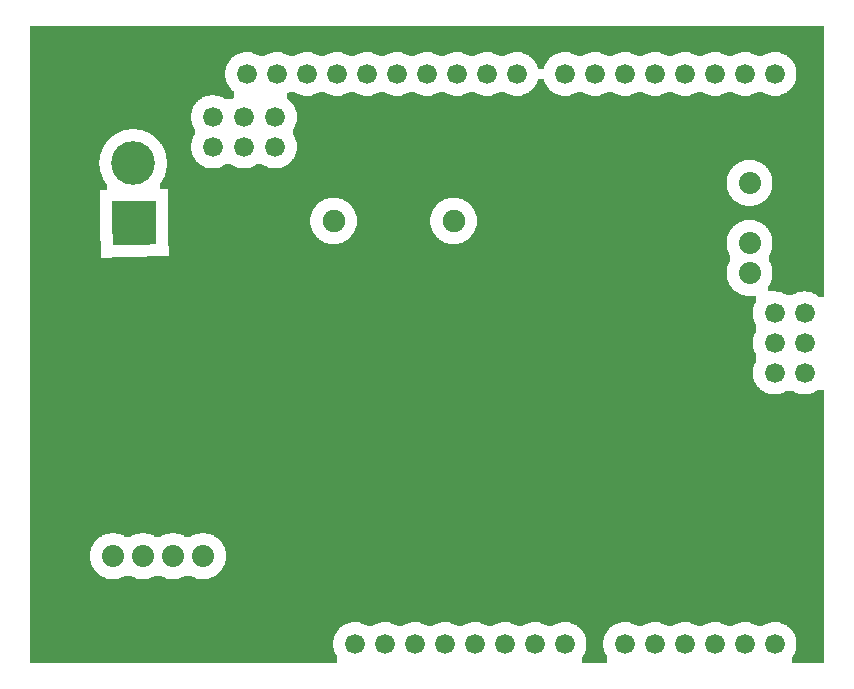
<source format=gtl>
G04 MADE WITH FRITZING*
G04 WWW.FRITZING.ORG*
G04 DOUBLE SIDED*
G04 HOLES PLATED*
G04 CONTOUR ON CENTER OF CONTOUR VECTOR*
%ASAXBY*%
%FSLAX23Y23*%
%MOIN*%
%OFA0B0*%
%SFA1.0B1.0*%
%ADD10C,0.075000*%
%ADD11C,0.145669*%
%ADD12C,0.073749*%
%ADD13C,0.073889*%
%ADD14C,0.066111*%
%ADD15C,0.066139*%
%ADD16C,0.066083*%
%ADD17R,0.001000X0.001000*%
%LNCOPPER1*%
G90*
G70*
G54D10*
X2604Y2093D03*
G54D11*
X383Y1706D03*
X387Y1506D03*
X383Y1706D03*
X387Y1506D03*
G54D12*
X2438Y1339D03*
X2438Y1439D03*
X2438Y1639D03*
G54D13*
X316Y396D03*
X416Y396D03*
X516Y396D03*
X616Y396D03*
G54D10*
X1051Y1513D03*
X1451Y1513D03*
G54D14*
X2122Y103D03*
X2222Y103D03*
X2322Y103D03*
X2422Y103D03*
X2522Y103D03*
X1662Y2003D03*
X1562Y2003D03*
X1462Y2003D03*
X1362Y2003D03*
X1262Y2003D03*
X1162Y2003D03*
X1062Y2003D03*
X962Y2003D03*
X862Y2003D03*
X762Y2003D03*
X2522Y2003D03*
X2422Y2003D03*
X2322Y2003D03*
G54D15*
X2222Y2003D03*
G54D14*
X2122Y2003D03*
X2022Y2003D03*
X1922Y2003D03*
X1822Y2003D03*
X1222Y103D03*
G54D16*
X1122Y103D03*
X1322Y103D03*
G54D14*
X1422Y103D03*
X1522Y103D03*
X1622Y103D03*
X1722Y103D03*
X1822Y103D03*
X2022Y103D03*
X2621Y1205D03*
G54D15*
X2521Y1205D03*
G54D14*
X2621Y1106D03*
G54D15*
X2521Y1106D03*
X2621Y1007D03*
X2521Y1007D03*
G54D14*
X752Y1860D03*
X752Y1760D03*
X856Y1860D03*
X856Y1760D03*
X648Y1860D03*
X648Y1760D03*
G36*
X40Y2163D02*
X40Y2075D01*
X2538Y2075D01*
X2538Y2073D01*
X2544Y2073D01*
X2544Y2071D01*
X2550Y2071D01*
X2550Y2069D01*
X2554Y2069D01*
X2554Y2067D01*
X2558Y2067D01*
X2558Y2065D01*
X2562Y2065D01*
X2562Y2063D01*
X2564Y2063D01*
X2564Y2061D01*
X2566Y2061D01*
X2566Y2059D01*
X2570Y2059D01*
X2570Y2057D01*
X2572Y2057D01*
X2572Y2055D01*
X2574Y2055D01*
X2574Y2053D01*
X2576Y2053D01*
X2576Y2051D01*
X2578Y2051D01*
X2578Y2047D01*
X2580Y2047D01*
X2580Y2045D01*
X2582Y2045D01*
X2582Y2043D01*
X2584Y2043D01*
X2584Y2039D01*
X2586Y2039D01*
X2586Y2035D01*
X2588Y2035D01*
X2588Y2031D01*
X2590Y2031D01*
X2590Y2027D01*
X2592Y2027D01*
X2592Y2019D01*
X2594Y2019D01*
X2594Y1987D01*
X2592Y1987D01*
X2592Y1979D01*
X2590Y1979D01*
X2590Y1975D01*
X2588Y1975D01*
X2588Y1971D01*
X2586Y1971D01*
X2586Y1967D01*
X2584Y1967D01*
X2584Y1963D01*
X2582Y1963D01*
X2582Y1961D01*
X2580Y1961D01*
X2580Y1959D01*
X2578Y1959D01*
X2578Y1955D01*
X2576Y1955D01*
X2576Y1953D01*
X2574Y1953D01*
X2574Y1951D01*
X2572Y1951D01*
X2572Y1949D01*
X2570Y1949D01*
X2570Y1947D01*
X2566Y1947D01*
X2566Y1945D01*
X2564Y1945D01*
X2564Y1943D01*
X2562Y1943D01*
X2562Y1941D01*
X2558Y1941D01*
X2558Y1939D01*
X2554Y1939D01*
X2554Y1937D01*
X2550Y1937D01*
X2550Y1935D01*
X2544Y1935D01*
X2544Y1933D01*
X2538Y1933D01*
X2538Y1931D01*
X2686Y1931D01*
X2686Y2163D01*
X40Y2163D01*
G37*
D02*
G36*
X40Y2075D02*
X40Y1933D01*
X656Y1933D01*
X656Y1931D01*
X666Y1931D01*
X666Y1929D01*
X674Y1929D01*
X674Y1927D01*
X678Y1927D01*
X678Y1925D01*
X682Y1925D01*
X682Y1923D01*
X686Y1923D01*
X686Y1921D01*
X688Y1921D01*
X688Y1919D01*
X712Y1919D01*
X712Y1921D01*
X716Y1921D01*
X716Y1923D01*
X718Y1923D01*
X718Y1925D01*
X720Y1925D01*
X720Y1945D01*
X718Y1945D01*
X718Y1947D01*
X714Y1947D01*
X714Y1949D01*
X712Y1949D01*
X712Y1951D01*
X710Y1951D01*
X710Y1953D01*
X708Y1953D01*
X708Y1955D01*
X706Y1955D01*
X706Y1959D01*
X704Y1959D01*
X704Y1961D01*
X702Y1961D01*
X702Y1965D01*
X700Y1965D01*
X700Y1967D01*
X698Y1967D01*
X698Y1971D01*
X696Y1971D01*
X696Y1975D01*
X694Y1975D01*
X694Y1981D01*
X692Y1981D01*
X692Y1989D01*
X690Y1989D01*
X690Y2017D01*
X692Y2017D01*
X692Y2025D01*
X694Y2025D01*
X694Y2031D01*
X696Y2031D01*
X696Y2035D01*
X698Y2035D01*
X698Y2039D01*
X700Y2039D01*
X700Y2041D01*
X702Y2041D01*
X702Y2045D01*
X704Y2045D01*
X704Y2047D01*
X706Y2047D01*
X706Y2051D01*
X708Y2051D01*
X708Y2053D01*
X710Y2053D01*
X710Y2055D01*
X712Y2055D01*
X712Y2057D01*
X714Y2057D01*
X714Y2059D01*
X718Y2059D01*
X718Y2061D01*
X720Y2061D01*
X720Y2063D01*
X724Y2063D01*
X724Y2065D01*
X726Y2065D01*
X726Y2067D01*
X730Y2067D01*
X730Y2069D01*
X734Y2069D01*
X734Y2071D01*
X740Y2071D01*
X740Y2073D01*
X748Y2073D01*
X748Y2075D01*
X40Y2075D01*
G37*
D02*
G36*
X778Y2075D02*
X778Y2073D01*
X784Y2073D01*
X784Y2071D01*
X790Y2071D01*
X790Y2069D01*
X794Y2069D01*
X794Y2067D01*
X798Y2067D01*
X798Y2065D01*
X802Y2065D01*
X802Y2063D01*
X824Y2063D01*
X824Y2065D01*
X826Y2065D01*
X826Y2067D01*
X830Y2067D01*
X830Y2069D01*
X834Y2069D01*
X834Y2071D01*
X840Y2071D01*
X840Y2073D01*
X848Y2073D01*
X848Y2075D01*
X778Y2075D01*
G37*
D02*
G36*
X878Y2075D02*
X878Y2073D01*
X884Y2073D01*
X884Y2071D01*
X890Y2071D01*
X890Y2069D01*
X894Y2069D01*
X894Y2067D01*
X898Y2067D01*
X898Y2065D01*
X902Y2065D01*
X902Y2063D01*
X924Y2063D01*
X924Y2065D01*
X926Y2065D01*
X926Y2067D01*
X930Y2067D01*
X930Y2069D01*
X934Y2069D01*
X934Y2071D01*
X940Y2071D01*
X940Y2073D01*
X948Y2073D01*
X948Y2075D01*
X878Y2075D01*
G37*
D02*
G36*
X978Y2075D02*
X978Y2073D01*
X984Y2073D01*
X984Y2071D01*
X990Y2071D01*
X990Y2069D01*
X994Y2069D01*
X994Y2067D01*
X998Y2067D01*
X998Y2065D01*
X1002Y2065D01*
X1002Y2063D01*
X1024Y2063D01*
X1024Y2065D01*
X1026Y2065D01*
X1026Y2067D01*
X1030Y2067D01*
X1030Y2069D01*
X1034Y2069D01*
X1034Y2071D01*
X1040Y2071D01*
X1040Y2073D01*
X1048Y2073D01*
X1048Y2075D01*
X978Y2075D01*
G37*
D02*
G36*
X1078Y2075D02*
X1078Y2073D01*
X1084Y2073D01*
X1084Y2071D01*
X1090Y2071D01*
X1090Y2069D01*
X1094Y2069D01*
X1094Y2067D01*
X1098Y2067D01*
X1098Y2065D01*
X1102Y2065D01*
X1102Y2063D01*
X1124Y2063D01*
X1124Y2065D01*
X1126Y2065D01*
X1126Y2067D01*
X1130Y2067D01*
X1130Y2069D01*
X1134Y2069D01*
X1134Y2071D01*
X1140Y2071D01*
X1140Y2073D01*
X1148Y2073D01*
X1148Y2075D01*
X1078Y2075D01*
G37*
D02*
G36*
X1178Y2075D02*
X1178Y2073D01*
X1184Y2073D01*
X1184Y2071D01*
X1190Y2071D01*
X1190Y2069D01*
X1194Y2069D01*
X1194Y2067D01*
X1198Y2067D01*
X1198Y2065D01*
X1202Y2065D01*
X1202Y2063D01*
X1224Y2063D01*
X1224Y2065D01*
X1226Y2065D01*
X1226Y2067D01*
X1230Y2067D01*
X1230Y2069D01*
X1234Y2069D01*
X1234Y2071D01*
X1240Y2071D01*
X1240Y2073D01*
X1248Y2073D01*
X1248Y2075D01*
X1178Y2075D01*
G37*
D02*
G36*
X1278Y2075D02*
X1278Y2073D01*
X1284Y2073D01*
X1284Y2071D01*
X1290Y2071D01*
X1290Y2069D01*
X1294Y2069D01*
X1294Y2067D01*
X1298Y2067D01*
X1298Y2065D01*
X1302Y2065D01*
X1302Y2063D01*
X1324Y2063D01*
X1324Y2065D01*
X1326Y2065D01*
X1326Y2067D01*
X1330Y2067D01*
X1330Y2069D01*
X1334Y2069D01*
X1334Y2071D01*
X1340Y2071D01*
X1340Y2073D01*
X1348Y2073D01*
X1348Y2075D01*
X1278Y2075D01*
G37*
D02*
G36*
X1378Y2075D02*
X1378Y2073D01*
X1384Y2073D01*
X1384Y2071D01*
X1390Y2071D01*
X1390Y2069D01*
X1394Y2069D01*
X1394Y2067D01*
X1398Y2067D01*
X1398Y2065D01*
X1402Y2065D01*
X1402Y2063D01*
X1424Y2063D01*
X1424Y2065D01*
X1426Y2065D01*
X1426Y2067D01*
X1430Y2067D01*
X1430Y2069D01*
X1434Y2069D01*
X1434Y2071D01*
X1440Y2071D01*
X1440Y2073D01*
X1448Y2073D01*
X1448Y2075D01*
X1378Y2075D01*
G37*
D02*
G36*
X1478Y2075D02*
X1478Y2073D01*
X1484Y2073D01*
X1484Y2071D01*
X1490Y2071D01*
X1490Y2069D01*
X1494Y2069D01*
X1494Y2067D01*
X1498Y2067D01*
X1498Y2065D01*
X1502Y2065D01*
X1502Y2063D01*
X1524Y2063D01*
X1524Y2065D01*
X1526Y2065D01*
X1526Y2067D01*
X1530Y2067D01*
X1530Y2069D01*
X1534Y2069D01*
X1534Y2071D01*
X1540Y2071D01*
X1540Y2073D01*
X1548Y2073D01*
X1548Y2075D01*
X1478Y2075D01*
G37*
D02*
G36*
X1578Y2075D02*
X1578Y2073D01*
X1584Y2073D01*
X1584Y2071D01*
X1590Y2071D01*
X1590Y2069D01*
X1594Y2069D01*
X1594Y2067D01*
X1598Y2067D01*
X1598Y2065D01*
X1602Y2065D01*
X1602Y2063D01*
X1624Y2063D01*
X1624Y2065D01*
X1626Y2065D01*
X1626Y2067D01*
X1630Y2067D01*
X1630Y2069D01*
X1634Y2069D01*
X1634Y2071D01*
X1640Y2071D01*
X1640Y2073D01*
X1648Y2073D01*
X1648Y2075D01*
X1578Y2075D01*
G37*
D02*
G36*
X1678Y2075D02*
X1678Y2073D01*
X1684Y2073D01*
X1684Y2071D01*
X1690Y2071D01*
X1690Y2069D01*
X1694Y2069D01*
X1694Y2067D01*
X1698Y2067D01*
X1698Y2065D01*
X1702Y2065D01*
X1702Y2063D01*
X1704Y2063D01*
X1704Y2061D01*
X1706Y2061D01*
X1706Y2059D01*
X1710Y2059D01*
X1710Y2057D01*
X1712Y2057D01*
X1712Y2055D01*
X1714Y2055D01*
X1714Y2053D01*
X1716Y2053D01*
X1716Y2051D01*
X1718Y2051D01*
X1718Y2047D01*
X1720Y2047D01*
X1720Y2045D01*
X1722Y2045D01*
X1722Y2043D01*
X1724Y2043D01*
X1724Y2039D01*
X1726Y2039D01*
X1726Y2035D01*
X1728Y2035D01*
X1728Y2031D01*
X1730Y2031D01*
X1730Y2027D01*
X1732Y2027D01*
X1732Y2019D01*
X1752Y2019D01*
X1752Y2025D01*
X1754Y2025D01*
X1754Y2031D01*
X1756Y2031D01*
X1756Y2035D01*
X1758Y2035D01*
X1758Y2039D01*
X1760Y2039D01*
X1760Y2041D01*
X1762Y2041D01*
X1762Y2045D01*
X1764Y2045D01*
X1764Y2047D01*
X1766Y2047D01*
X1766Y2049D01*
X1768Y2049D01*
X1768Y2053D01*
X1770Y2053D01*
X1770Y2055D01*
X1772Y2055D01*
X1772Y2057D01*
X1774Y2057D01*
X1774Y2059D01*
X1778Y2059D01*
X1778Y2061D01*
X1780Y2061D01*
X1780Y2063D01*
X1784Y2063D01*
X1784Y2065D01*
X1786Y2065D01*
X1786Y2067D01*
X1790Y2067D01*
X1790Y2069D01*
X1794Y2069D01*
X1794Y2071D01*
X1800Y2071D01*
X1800Y2073D01*
X1808Y2073D01*
X1808Y2075D01*
X1678Y2075D01*
G37*
D02*
G36*
X1838Y2075D02*
X1838Y2073D01*
X1844Y2073D01*
X1844Y2071D01*
X1850Y2071D01*
X1850Y2069D01*
X1854Y2069D01*
X1854Y2067D01*
X1858Y2067D01*
X1858Y2065D01*
X1862Y2065D01*
X1862Y2063D01*
X1884Y2063D01*
X1884Y2065D01*
X1886Y2065D01*
X1886Y2067D01*
X1890Y2067D01*
X1890Y2069D01*
X1894Y2069D01*
X1894Y2071D01*
X1900Y2071D01*
X1900Y2073D01*
X1908Y2073D01*
X1908Y2075D01*
X1838Y2075D01*
G37*
D02*
G36*
X1938Y2075D02*
X1938Y2073D01*
X1944Y2073D01*
X1944Y2071D01*
X1950Y2071D01*
X1950Y2069D01*
X1954Y2069D01*
X1954Y2067D01*
X1958Y2067D01*
X1958Y2065D01*
X1962Y2065D01*
X1962Y2063D01*
X1984Y2063D01*
X1984Y2065D01*
X1986Y2065D01*
X1986Y2067D01*
X1990Y2067D01*
X1990Y2069D01*
X1994Y2069D01*
X1994Y2071D01*
X2000Y2071D01*
X2000Y2073D01*
X2008Y2073D01*
X2008Y2075D01*
X1938Y2075D01*
G37*
D02*
G36*
X2038Y2075D02*
X2038Y2073D01*
X2044Y2073D01*
X2044Y2071D01*
X2050Y2071D01*
X2050Y2069D01*
X2054Y2069D01*
X2054Y2067D01*
X2058Y2067D01*
X2058Y2065D01*
X2062Y2065D01*
X2062Y2063D01*
X2084Y2063D01*
X2084Y2065D01*
X2086Y2065D01*
X2086Y2067D01*
X2090Y2067D01*
X2090Y2069D01*
X2094Y2069D01*
X2094Y2071D01*
X2100Y2071D01*
X2100Y2073D01*
X2108Y2073D01*
X2108Y2075D01*
X2038Y2075D01*
G37*
D02*
G36*
X2138Y2075D02*
X2138Y2073D01*
X2144Y2073D01*
X2144Y2071D01*
X2150Y2071D01*
X2150Y2069D01*
X2154Y2069D01*
X2154Y2067D01*
X2158Y2067D01*
X2158Y2065D01*
X2162Y2065D01*
X2162Y2063D01*
X2184Y2063D01*
X2184Y2065D01*
X2186Y2065D01*
X2186Y2067D01*
X2190Y2067D01*
X2190Y2069D01*
X2194Y2069D01*
X2194Y2071D01*
X2200Y2071D01*
X2200Y2073D01*
X2208Y2073D01*
X2208Y2075D01*
X2138Y2075D01*
G37*
D02*
G36*
X2238Y2075D02*
X2238Y2073D01*
X2244Y2073D01*
X2244Y2071D01*
X2250Y2071D01*
X2250Y2069D01*
X2254Y2069D01*
X2254Y2067D01*
X2258Y2067D01*
X2258Y2065D01*
X2262Y2065D01*
X2262Y2063D01*
X2284Y2063D01*
X2284Y2065D01*
X2286Y2065D01*
X2286Y2067D01*
X2290Y2067D01*
X2290Y2069D01*
X2294Y2069D01*
X2294Y2071D01*
X2300Y2071D01*
X2300Y2073D01*
X2308Y2073D01*
X2308Y2075D01*
X2238Y2075D01*
G37*
D02*
G36*
X2338Y2075D02*
X2338Y2073D01*
X2344Y2073D01*
X2344Y2071D01*
X2350Y2071D01*
X2350Y2069D01*
X2354Y2069D01*
X2354Y2067D01*
X2358Y2067D01*
X2358Y2065D01*
X2362Y2065D01*
X2362Y2063D01*
X2384Y2063D01*
X2384Y2065D01*
X2386Y2065D01*
X2386Y2067D01*
X2390Y2067D01*
X2390Y2069D01*
X2394Y2069D01*
X2394Y2071D01*
X2400Y2071D01*
X2400Y2073D01*
X2408Y2073D01*
X2408Y2075D01*
X2338Y2075D01*
G37*
D02*
G36*
X2438Y2075D02*
X2438Y2073D01*
X2444Y2073D01*
X2444Y2071D01*
X2450Y2071D01*
X2450Y2069D01*
X2454Y2069D01*
X2454Y2067D01*
X2458Y2067D01*
X2458Y2065D01*
X2462Y2065D01*
X2462Y2063D01*
X2484Y2063D01*
X2484Y2065D01*
X2486Y2065D01*
X2486Y2067D01*
X2490Y2067D01*
X2490Y2069D01*
X2494Y2069D01*
X2494Y2071D01*
X2500Y2071D01*
X2500Y2073D01*
X2508Y2073D01*
X2508Y2075D01*
X2438Y2075D01*
G37*
D02*
G36*
X1732Y1987D02*
X1732Y1979D01*
X1730Y1979D01*
X1730Y1975D01*
X1728Y1975D01*
X1728Y1971D01*
X1726Y1971D01*
X1726Y1967D01*
X1724Y1967D01*
X1724Y1963D01*
X1722Y1963D01*
X1722Y1961D01*
X1720Y1961D01*
X1720Y1959D01*
X1718Y1959D01*
X1718Y1955D01*
X1716Y1955D01*
X1716Y1953D01*
X1714Y1953D01*
X1714Y1951D01*
X1712Y1951D01*
X1712Y1949D01*
X1710Y1949D01*
X1710Y1947D01*
X1706Y1947D01*
X1706Y1945D01*
X1704Y1945D01*
X1704Y1943D01*
X1702Y1943D01*
X1702Y1941D01*
X1698Y1941D01*
X1698Y1939D01*
X1694Y1939D01*
X1694Y1937D01*
X1690Y1937D01*
X1690Y1935D01*
X1684Y1935D01*
X1684Y1933D01*
X1678Y1933D01*
X1678Y1931D01*
X1808Y1931D01*
X1808Y1933D01*
X1800Y1933D01*
X1800Y1935D01*
X1794Y1935D01*
X1794Y1937D01*
X1790Y1937D01*
X1790Y1939D01*
X1786Y1939D01*
X1786Y1941D01*
X1784Y1941D01*
X1784Y1943D01*
X1780Y1943D01*
X1780Y1945D01*
X1778Y1945D01*
X1778Y1947D01*
X1774Y1947D01*
X1774Y1949D01*
X1772Y1949D01*
X1772Y1951D01*
X1770Y1951D01*
X1770Y1953D01*
X1768Y1953D01*
X1768Y1957D01*
X1766Y1957D01*
X1766Y1959D01*
X1764Y1959D01*
X1764Y1961D01*
X1762Y1961D01*
X1762Y1965D01*
X1760Y1965D01*
X1760Y1967D01*
X1758Y1967D01*
X1758Y1971D01*
X1756Y1971D01*
X1756Y1975D01*
X1754Y1975D01*
X1754Y1981D01*
X1752Y1981D01*
X1752Y1987D01*
X1732Y1987D01*
G37*
D02*
G36*
X902Y1943D02*
X902Y1941D01*
X898Y1941D01*
X898Y1939D01*
X896Y1939D01*
X896Y1931D01*
X948Y1931D01*
X948Y1933D01*
X940Y1933D01*
X940Y1935D01*
X934Y1935D01*
X934Y1937D01*
X930Y1937D01*
X930Y1939D01*
X926Y1939D01*
X926Y1941D01*
X924Y1941D01*
X924Y1943D01*
X902Y1943D01*
G37*
D02*
G36*
X1002Y1943D02*
X1002Y1941D01*
X998Y1941D01*
X998Y1939D01*
X994Y1939D01*
X994Y1937D01*
X990Y1937D01*
X990Y1935D01*
X984Y1935D01*
X984Y1933D01*
X978Y1933D01*
X978Y1931D01*
X1048Y1931D01*
X1048Y1933D01*
X1040Y1933D01*
X1040Y1935D01*
X1034Y1935D01*
X1034Y1937D01*
X1030Y1937D01*
X1030Y1939D01*
X1026Y1939D01*
X1026Y1941D01*
X1024Y1941D01*
X1024Y1943D01*
X1002Y1943D01*
G37*
D02*
G36*
X1102Y1943D02*
X1102Y1941D01*
X1098Y1941D01*
X1098Y1939D01*
X1094Y1939D01*
X1094Y1937D01*
X1090Y1937D01*
X1090Y1935D01*
X1084Y1935D01*
X1084Y1933D01*
X1078Y1933D01*
X1078Y1931D01*
X1148Y1931D01*
X1148Y1933D01*
X1140Y1933D01*
X1140Y1935D01*
X1134Y1935D01*
X1134Y1937D01*
X1130Y1937D01*
X1130Y1939D01*
X1126Y1939D01*
X1126Y1941D01*
X1124Y1941D01*
X1124Y1943D01*
X1102Y1943D01*
G37*
D02*
G36*
X1202Y1943D02*
X1202Y1941D01*
X1198Y1941D01*
X1198Y1939D01*
X1194Y1939D01*
X1194Y1937D01*
X1190Y1937D01*
X1190Y1935D01*
X1184Y1935D01*
X1184Y1933D01*
X1178Y1933D01*
X1178Y1931D01*
X1248Y1931D01*
X1248Y1933D01*
X1240Y1933D01*
X1240Y1935D01*
X1234Y1935D01*
X1234Y1937D01*
X1230Y1937D01*
X1230Y1939D01*
X1226Y1939D01*
X1226Y1941D01*
X1224Y1941D01*
X1224Y1943D01*
X1202Y1943D01*
G37*
D02*
G36*
X1302Y1943D02*
X1302Y1941D01*
X1298Y1941D01*
X1298Y1939D01*
X1294Y1939D01*
X1294Y1937D01*
X1290Y1937D01*
X1290Y1935D01*
X1284Y1935D01*
X1284Y1933D01*
X1278Y1933D01*
X1278Y1931D01*
X1348Y1931D01*
X1348Y1933D01*
X1340Y1933D01*
X1340Y1935D01*
X1334Y1935D01*
X1334Y1937D01*
X1330Y1937D01*
X1330Y1939D01*
X1326Y1939D01*
X1326Y1941D01*
X1324Y1941D01*
X1324Y1943D01*
X1302Y1943D01*
G37*
D02*
G36*
X1402Y1943D02*
X1402Y1941D01*
X1398Y1941D01*
X1398Y1939D01*
X1394Y1939D01*
X1394Y1937D01*
X1390Y1937D01*
X1390Y1935D01*
X1384Y1935D01*
X1384Y1933D01*
X1378Y1933D01*
X1378Y1931D01*
X1448Y1931D01*
X1448Y1933D01*
X1440Y1933D01*
X1440Y1935D01*
X1434Y1935D01*
X1434Y1937D01*
X1430Y1937D01*
X1430Y1939D01*
X1426Y1939D01*
X1426Y1941D01*
X1424Y1941D01*
X1424Y1943D01*
X1402Y1943D01*
G37*
D02*
G36*
X1502Y1943D02*
X1502Y1941D01*
X1498Y1941D01*
X1498Y1939D01*
X1494Y1939D01*
X1494Y1937D01*
X1490Y1937D01*
X1490Y1935D01*
X1484Y1935D01*
X1484Y1933D01*
X1478Y1933D01*
X1478Y1931D01*
X1548Y1931D01*
X1548Y1933D01*
X1540Y1933D01*
X1540Y1935D01*
X1534Y1935D01*
X1534Y1937D01*
X1530Y1937D01*
X1530Y1939D01*
X1526Y1939D01*
X1526Y1941D01*
X1524Y1941D01*
X1524Y1943D01*
X1502Y1943D01*
G37*
D02*
G36*
X1602Y1943D02*
X1602Y1941D01*
X1598Y1941D01*
X1598Y1939D01*
X1594Y1939D01*
X1594Y1937D01*
X1590Y1937D01*
X1590Y1935D01*
X1584Y1935D01*
X1584Y1933D01*
X1578Y1933D01*
X1578Y1931D01*
X1648Y1931D01*
X1648Y1933D01*
X1640Y1933D01*
X1640Y1935D01*
X1634Y1935D01*
X1634Y1937D01*
X1630Y1937D01*
X1630Y1939D01*
X1626Y1939D01*
X1626Y1941D01*
X1624Y1941D01*
X1624Y1943D01*
X1602Y1943D01*
G37*
D02*
G36*
X1862Y1943D02*
X1862Y1941D01*
X1858Y1941D01*
X1858Y1939D01*
X1854Y1939D01*
X1854Y1937D01*
X1850Y1937D01*
X1850Y1935D01*
X1844Y1935D01*
X1844Y1933D01*
X1838Y1933D01*
X1838Y1931D01*
X1908Y1931D01*
X1908Y1933D01*
X1900Y1933D01*
X1900Y1935D01*
X1894Y1935D01*
X1894Y1937D01*
X1890Y1937D01*
X1890Y1939D01*
X1886Y1939D01*
X1886Y1941D01*
X1884Y1941D01*
X1884Y1943D01*
X1862Y1943D01*
G37*
D02*
G36*
X1962Y1943D02*
X1962Y1941D01*
X1958Y1941D01*
X1958Y1939D01*
X1954Y1939D01*
X1954Y1937D01*
X1950Y1937D01*
X1950Y1935D01*
X1944Y1935D01*
X1944Y1933D01*
X1938Y1933D01*
X1938Y1931D01*
X2008Y1931D01*
X2008Y1933D01*
X2000Y1933D01*
X2000Y1935D01*
X1994Y1935D01*
X1994Y1937D01*
X1990Y1937D01*
X1990Y1939D01*
X1986Y1939D01*
X1986Y1941D01*
X1984Y1941D01*
X1984Y1943D01*
X1962Y1943D01*
G37*
D02*
G36*
X2062Y1943D02*
X2062Y1941D01*
X2058Y1941D01*
X2058Y1939D01*
X2054Y1939D01*
X2054Y1937D01*
X2050Y1937D01*
X2050Y1935D01*
X2044Y1935D01*
X2044Y1933D01*
X2038Y1933D01*
X2038Y1931D01*
X2108Y1931D01*
X2108Y1933D01*
X2100Y1933D01*
X2100Y1935D01*
X2094Y1935D01*
X2094Y1937D01*
X2090Y1937D01*
X2090Y1939D01*
X2086Y1939D01*
X2086Y1941D01*
X2084Y1941D01*
X2084Y1943D01*
X2062Y1943D01*
G37*
D02*
G36*
X2162Y1943D02*
X2162Y1941D01*
X2158Y1941D01*
X2158Y1939D01*
X2154Y1939D01*
X2154Y1937D01*
X2150Y1937D01*
X2150Y1935D01*
X2144Y1935D01*
X2144Y1933D01*
X2138Y1933D01*
X2138Y1931D01*
X2208Y1931D01*
X2208Y1933D01*
X2200Y1933D01*
X2200Y1935D01*
X2194Y1935D01*
X2194Y1937D01*
X2190Y1937D01*
X2190Y1939D01*
X2186Y1939D01*
X2186Y1941D01*
X2184Y1941D01*
X2184Y1943D01*
X2162Y1943D01*
G37*
D02*
G36*
X2262Y1943D02*
X2262Y1941D01*
X2258Y1941D01*
X2258Y1939D01*
X2254Y1939D01*
X2254Y1937D01*
X2250Y1937D01*
X2250Y1935D01*
X2244Y1935D01*
X2244Y1933D01*
X2238Y1933D01*
X2238Y1931D01*
X2308Y1931D01*
X2308Y1933D01*
X2300Y1933D01*
X2300Y1935D01*
X2294Y1935D01*
X2294Y1937D01*
X2290Y1937D01*
X2290Y1939D01*
X2286Y1939D01*
X2286Y1941D01*
X2284Y1941D01*
X2284Y1943D01*
X2262Y1943D01*
G37*
D02*
G36*
X2362Y1943D02*
X2362Y1941D01*
X2358Y1941D01*
X2358Y1939D01*
X2354Y1939D01*
X2354Y1937D01*
X2350Y1937D01*
X2350Y1935D01*
X2344Y1935D01*
X2344Y1933D01*
X2338Y1933D01*
X2338Y1931D01*
X2408Y1931D01*
X2408Y1933D01*
X2400Y1933D01*
X2400Y1935D01*
X2394Y1935D01*
X2394Y1937D01*
X2390Y1937D01*
X2390Y1939D01*
X2386Y1939D01*
X2386Y1941D01*
X2384Y1941D01*
X2384Y1943D01*
X2362Y1943D01*
G37*
D02*
G36*
X2462Y1943D02*
X2462Y1941D01*
X2458Y1941D01*
X2458Y1939D01*
X2454Y1939D01*
X2454Y1937D01*
X2450Y1937D01*
X2450Y1935D01*
X2444Y1935D01*
X2444Y1933D01*
X2438Y1933D01*
X2438Y1931D01*
X2508Y1931D01*
X2508Y1933D01*
X2500Y1933D01*
X2500Y1935D01*
X2494Y1935D01*
X2494Y1937D01*
X2490Y1937D01*
X2490Y1939D01*
X2486Y1939D01*
X2486Y1941D01*
X2484Y1941D01*
X2484Y1943D01*
X2462Y1943D01*
G37*
D02*
G36*
X40Y1933D02*
X40Y1819D01*
X396Y1819D01*
X396Y1817D01*
X408Y1817D01*
X408Y1815D01*
X416Y1815D01*
X416Y1813D01*
X422Y1813D01*
X422Y1811D01*
X428Y1811D01*
X428Y1809D01*
X432Y1809D01*
X432Y1807D01*
X436Y1807D01*
X436Y1805D01*
X440Y1805D01*
X440Y1803D01*
X442Y1803D01*
X442Y1801D01*
X446Y1801D01*
X446Y1799D01*
X448Y1799D01*
X448Y1797D01*
X452Y1797D01*
X452Y1795D01*
X454Y1795D01*
X454Y1793D01*
X456Y1793D01*
X456Y1791D01*
X458Y1791D01*
X458Y1789D01*
X460Y1789D01*
X460Y1787D01*
X462Y1787D01*
X462Y1785D01*
X464Y1785D01*
X464Y1783D01*
X466Y1783D01*
X466Y1781D01*
X468Y1781D01*
X468Y1779D01*
X470Y1779D01*
X470Y1777D01*
X472Y1777D01*
X472Y1775D01*
X474Y1775D01*
X474Y1771D01*
X476Y1771D01*
X476Y1769D01*
X478Y1769D01*
X478Y1765D01*
X480Y1765D01*
X480Y1763D01*
X482Y1763D01*
X482Y1759D01*
X484Y1759D01*
X484Y1755D01*
X486Y1755D01*
X486Y1751D01*
X488Y1751D01*
X488Y1745D01*
X490Y1745D01*
X490Y1739D01*
X492Y1739D01*
X492Y1733D01*
X494Y1733D01*
X494Y1721D01*
X496Y1721D01*
X496Y1691D01*
X494Y1691D01*
X494Y1689D01*
X632Y1689D01*
X632Y1691D01*
X624Y1691D01*
X624Y1693D01*
X620Y1693D01*
X620Y1695D01*
X616Y1695D01*
X616Y1697D01*
X612Y1697D01*
X612Y1699D01*
X608Y1699D01*
X608Y1701D01*
X606Y1701D01*
X606Y1703D01*
X604Y1703D01*
X604Y1705D01*
X600Y1705D01*
X600Y1707D01*
X598Y1707D01*
X598Y1709D01*
X596Y1709D01*
X596Y1711D01*
X594Y1711D01*
X594Y1713D01*
X592Y1713D01*
X592Y1717D01*
X590Y1717D01*
X590Y1719D01*
X588Y1719D01*
X588Y1723D01*
X586Y1723D01*
X586Y1725D01*
X584Y1725D01*
X584Y1729D01*
X582Y1729D01*
X582Y1733D01*
X580Y1733D01*
X580Y1739D01*
X578Y1739D01*
X578Y1747D01*
X576Y1747D01*
X576Y1773D01*
X578Y1773D01*
X578Y1781D01*
X580Y1781D01*
X580Y1787D01*
X582Y1787D01*
X582Y1791D01*
X584Y1791D01*
X584Y1795D01*
X586Y1795D01*
X586Y1799D01*
X588Y1799D01*
X588Y1821D01*
X586Y1821D01*
X586Y1825D01*
X584Y1825D01*
X584Y1829D01*
X582Y1829D01*
X582Y1833D01*
X580Y1833D01*
X580Y1839D01*
X578Y1839D01*
X578Y1847D01*
X576Y1847D01*
X576Y1873D01*
X578Y1873D01*
X578Y1881D01*
X580Y1881D01*
X580Y1887D01*
X582Y1887D01*
X582Y1891D01*
X584Y1891D01*
X584Y1895D01*
X586Y1895D01*
X586Y1899D01*
X588Y1899D01*
X588Y1901D01*
X590Y1901D01*
X590Y1903D01*
X592Y1903D01*
X592Y1907D01*
X594Y1907D01*
X594Y1909D01*
X596Y1909D01*
X596Y1911D01*
X598Y1911D01*
X598Y1913D01*
X600Y1913D01*
X600Y1915D01*
X602Y1915D01*
X602Y1917D01*
X606Y1917D01*
X606Y1919D01*
X608Y1919D01*
X608Y1921D01*
X612Y1921D01*
X612Y1923D01*
X614Y1923D01*
X614Y1925D01*
X618Y1925D01*
X618Y1927D01*
X624Y1927D01*
X624Y1929D01*
X630Y1929D01*
X630Y1931D01*
X640Y1931D01*
X640Y1933D01*
X40Y1933D01*
G37*
D02*
G36*
X896Y1931D02*
X896Y1929D01*
X2686Y1929D01*
X2686Y1931D01*
X896Y1931D01*
G37*
D02*
G36*
X896Y1931D02*
X896Y1929D01*
X2686Y1929D01*
X2686Y1931D01*
X896Y1931D01*
G37*
D02*
G36*
X896Y1931D02*
X896Y1929D01*
X2686Y1929D01*
X2686Y1931D01*
X896Y1931D01*
G37*
D02*
G36*
X896Y1931D02*
X896Y1929D01*
X2686Y1929D01*
X2686Y1931D01*
X896Y1931D01*
G37*
D02*
G36*
X896Y1931D02*
X896Y1929D01*
X2686Y1929D01*
X2686Y1931D01*
X896Y1931D01*
G37*
D02*
G36*
X896Y1931D02*
X896Y1929D01*
X2686Y1929D01*
X2686Y1931D01*
X896Y1931D01*
G37*
D02*
G36*
X896Y1931D02*
X896Y1929D01*
X2686Y1929D01*
X2686Y1931D01*
X896Y1931D01*
G37*
D02*
G36*
X896Y1931D02*
X896Y1929D01*
X2686Y1929D01*
X2686Y1931D01*
X896Y1931D01*
G37*
D02*
G36*
X896Y1931D02*
X896Y1929D01*
X2686Y1929D01*
X2686Y1931D01*
X896Y1931D01*
G37*
D02*
G36*
X896Y1931D02*
X896Y1929D01*
X2686Y1929D01*
X2686Y1931D01*
X896Y1931D01*
G37*
D02*
G36*
X896Y1931D02*
X896Y1929D01*
X2686Y1929D01*
X2686Y1931D01*
X896Y1931D01*
G37*
D02*
G36*
X896Y1931D02*
X896Y1929D01*
X2686Y1929D01*
X2686Y1931D01*
X896Y1931D01*
G37*
D02*
G36*
X896Y1931D02*
X896Y1929D01*
X2686Y1929D01*
X2686Y1931D01*
X896Y1931D01*
G37*
D02*
G36*
X896Y1931D02*
X896Y1929D01*
X2686Y1929D01*
X2686Y1931D01*
X896Y1931D01*
G37*
D02*
G36*
X896Y1931D02*
X896Y1929D01*
X2686Y1929D01*
X2686Y1931D01*
X896Y1931D01*
G37*
D02*
G36*
X896Y1931D02*
X896Y1929D01*
X2686Y1929D01*
X2686Y1931D01*
X896Y1931D01*
G37*
D02*
G36*
X896Y1931D02*
X896Y1929D01*
X2686Y1929D01*
X2686Y1931D01*
X896Y1931D01*
G37*
D02*
G36*
X896Y1929D02*
X896Y1919D01*
X900Y1919D01*
X900Y1917D01*
X902Y1917D01*
X902Y1915D01*
X904Y1915D01*
X904Y1913D01*
X906Y1913D01*
X906Y1911D01*
X908Y1911D01*
X908Y1909D01*
X910Y1909D01*
X910Y1907D01*
X912Y1907D01*
X912Y1905D01*
X914Y1905D01*
X914Y1903D01*
X916Y1903D01*
X916Y1899D01*
X918Y1899D01*
X918Y1897D01*
X920Y1897D01*
X920Y1893D01*
X922Y1893D01*
X922Y1889D01*
X924Y1889D01*
X924Y1883D01*
X926Y1883D01*
X926Y1877D01*
X928Y1877D01*
X928Y1843D01*
X926Y1843D01*
X926Y1837D01*
X924Y1837D01*
X924Y1831D01*
X922Y1831D01*
X922Y1827D01*
X920Y1827D01*
X920Y1823D01*
X918Y1823D01*
X918Y1821D01*
X916Y1821D01*
X916Y1801D01*
X918Y1801D01*
X918Y1797D01*
X920Y1797D01*
X920Y1793D01*
X922Y1793D01*
X922Y1789D01*
X924Y1789D01*
X924Y1783D01*
X926Y1783D01*
X926Y1777D01*
X928Y1777D01*
X928Y1745D01*
X926Y1745D01*
X926Y1737D01*
X924Y1737D01*
X924Y1731D01*
X922Y1731D01*
X922Y1727D01*
X920Y1727D01*
X920Y1725D01*
X918Y1725D01*
X918Y1721D01*
X916Y1721D01*
X916Y1719D01*
X914Y1719D01*
X914Y1717D01*
X2440Y1717D01*
X2440Y1715D01*
X2456Y1715D01*
X2456Y1713D01*
X2462Y1713D01*
X2462Y1711D01*
X2468Y1711D01*
X2468Y1709D01*
X2472Y1709D01*
X2472Y1707D01*
X2476Y1707D01*
X2476Y1705D01*
X2478Y1705D01*
X2478Y1703D01*
X2482Y1703D01*
X2482Y1701D01*
X2484Y1701D01*
X2484Y1699D01*
X2488Y1699D01*
X2488Y1697D01*
X2490Y1697D01*
X2490Y1695D01*
X2492Y1695D01*
X2492Y1693D01*
X2494Y1693D01*
X2494Y1691D01*
X2496Y1691D01*
X2496Y1689D01*
X2498Y1689D01*
X2498Y1685D01*
X2500Y1685D01*
X2500Y1683D01*
X2502Y1683D01*
X2502Y1679D01*
X2504Y1679D01*
X2504Y1677D01*
X2506Y1677D01*
X2506Y1673D01*
X2508Y1673D01*
X2508Y1669D01*
X2510Y1669D01*
X2510Y1663D01*
X2512Y1663D01*
X2512Y1655D01*
X2514Y1655D01*
X2514Y1623D01*
X2512Y1623D01*
X2512Y1615D01*
X2510Y1615D01*
X2510Y1609D01*
X2508Y1609D01*
X2508Y1605D01*
X2506Y1605D01*
X2506Y1601D01*
X2504Y1601D01*
X2504Y1599D01*
X2502Y1599D01*
X2502Y1595D01*
X2500Y1595D01*
X2500Y1593D01*
X2498Y1593D01*
X2498Y1591D01*
X2496Y1591D01*
X2496Y1587D01*
X2494Y1587D01*
X2494Y1585D01*
X2492Y1585D01*
X2492Y1583D01*
X2490Y1583D01*
X2490Y1581D01*
X2486Y1581D01*
X2486Y1579D01*
X2484Y1579D01*
X2484Y1577D01*
X2482Y1577D01*
X2482Y1575D01*
X2478Y1575D01*
X2478Y1573D01*
X2474Y1573D01*
X2474Y1571D01*
X2472Y1571D01*
X2472Y1569D01*
X2466Y1569D01*
X2466Y1567D01*
X2462Y1567D01*
X2462Y1565D01*
X2454Y1565D01*
X2454Y1563D01*
X2686Y1563D01*
X2686Y1929D01*
X896Y1929D01*
G37*
D02*
G36*
X40Y1819D02*
X40Y1391D01*
X276Y1391D01*
X276Y1445D01*
X274Y1445D01*
X274Y1559D01*
X272Y1559D01*
X272Y1617D01*
X296Y1617D01*
X296Y1637D01*
X294Y1637D01*
X294Y1639D01*
X292Y1639D01*
X292Y1641D01*
X290Y1641D01*
X290Y1645D01*
X288Y1645D01*
X288Y1647D01*
X286Y1647D01*
X286Y1651D01*
X284Y1651D01*
X284Y1655D01*
X282Y1655D01*
X282Y1659D01*
X280Y1659D01*
X280Y1663D01*
X278Y1663D01*
X278Y1669D01*
X276Y1669D01*
X276Y1675D01*
X274Y1675D01*
X274Y1683D01*
X272Y1683D01*
X272Y1697D01*
X270Y1697D01*
X270Y1717D01*
X272Y1717D01*
X272Y1729D01*
X274Y1729D01*
X274Y1737D01*
X276Y1737D01*
X276Y1743D01*
X278Y1743D01*
X278Y1749D01*
X280Y1749D01*
X280Y1753D01*
X282Y1753D01*
X282Y1757D01*
X284Y1757D01*
X284Y1761D01*
X286Y1761D01*
X286Y1765D01*
X288Y1765D01*
X288Y1769D01*
X290Y1769D01*
X290Y1771D01*
X292Y1771D01*
X292Y1773D01*
X294Y1773D01*
X294Y1777D01*
X296Y1777D01*
X296Y1779D01*
X298Y1779D01*
X298Y1781D01*
X300Y1781D01*
X300Y1783D01*
X302Y1783D01*
X302Y1785D01*
X304Y1785D01*
X304Y1787D01*
X306Y1787D01*
X306Y1789D01*
X308Y1789D01*
X308Y1791D01*
X310Y1791D01*
X310Y1793D01*
X312Y1793D01*
X312Y1795D01*
X316Y1795D01*
X316Y1797D01*
X318Y1797D01*
X318Y1799D01*
X320Y1799D01*
X320Y1801D01*
X324Y1801D01*
X324Y1803D01*
X328Y1803D01*
X328Y1805D01*
X332Y1805D01*
X332Y1807D01*
X336Y1807D01*
X336Y1809D01*
X340Y1809D01*
X340Y1811D01*
X344Y1811D01*
X344Y1813D01*
X350Y1813D01*
X350Y1815D01*
X358Y1815D01*
X358Y1817D01*
X370Y1817D01*
X370Y1819D01*
X40Y1819D01*
G37*
D02*
G36*
X914Y1717D02*
X914Y1715D01*
X912Y1715D01*
X912Y1713D01*
X910Y1713D01*
X910Y1711D01*
X908Y1711D01*
X908Y1709D01*
X906Y1709D01*
X906Y1707D01*
X904Y1707D01*
X904Y1705D01*
X902Y1705D01*
X902Y1703D01*
X898Y1703D01*
X898Y1701D01*
X896Y1701D01*
X896Y1699D01*
X892Y1699D01*
X892Y1697D01*
X890Y1697D01*
X890Y1695D01*
X886Y1695D01*
X886Y1693D01*
X880Y1693D01*
X880Y1691D01*
X872Y1691D01*
X872Y1689D01*
X2380Y1689D01*
X2380Y1691D01*
X2382Y1691D01*
X2382Y1693D01*
X2384Y1693D01*
X2384Y1695D01*
X2386Y1695D01*
X2386Y1697D01*
X2388Y1697D01*
X2388Y1699D01*
X2392Y1699D01*
X2392Y1701D01*
X2394Y1701D01*
X2394Y1703D01*
X2398Y1703D01*
X2398Y1705D01*
X2400Y1705D01*
X2400Y1707D01*
X2404Y1707D01*
X2404Y1709D01*
X2408Y1709D01*
X2408Y1711D01*
X2414Y1711D01*
X2414Y1713D01*
X2420Y1713D01*
X2420Y1715D01*
X2436Y1715D01*
X2436Y1717D01*
X914Y1717D01*
G37*
D02*
G36*
X690Y1703D02*
X690Y1701D01*
X688Y1701D01*
X688Y1699D01*
X684Y1699D01*
X684Y1697D01*
X682Y1697D01*
X682Y1695D01*
X678Y1695D01*
X678Y1693D01*
X672Y1693D01*
X672Y1691D01*
X664Y1691D01*
X664Y1689D01*
X736Y1689D01*
X736Y1691D01*
X728Y1691D01*
X728Y1693D01*
X724Y1693D01*
X724Y1695D01*
X720Y1695D01*
X720Y1697D01*
X716Y1697D01*
X716Y1699D01*
X712Y1699D01*
X712Y1701D01*
X710Y1701D01*
X710Y1703D01*
X690Y1703D01*
G37*
D02*
G36*
X794Y1703D02*
X794Y1701D01*
X792Y1701D01*
X792Y1699D01*
X788Y1699D01*
X788Y1697D01*
X786Y1697D01*
X786Y1695D01*
X782Y1695D01*
X782Y1693D01*
X776Y1693D01*
X776Y1691D01*
X768Y1691D01*
X768Y1689D01*
X840Y1689D01*
X840Y1691D01*
X832Y1691D01*
X832Y1693D01*
X828Y1693D01*
X828Y1695D01*
X824Y1695D01*
X824Y1697D01*
X820Y1697D01*
X820Y1699D01*
X816Y1699D01*
X816Y1701D01*
X814Y1701D01*
X814Y1703D01*
X794Y1703D01*
G37*
D02*
G36*
X494Y1689D02*
X494Y1687D01*
X2378Y1687D01*
X2378Y1689D01*
X494Y1689D01*
G37*
D02*
G36*
X494Y1689D02*
X494Y1687D01*
X2378Y1687D01*
X2378Y1689D01*
X494Y1689D01*
G37*
D02*
G36*
X494Y1689D02*
X494Y1687D01*
X2378Y1687D01*
X2378Y1689D01*
X494Y1689D01*
G37*
D02*
G36*
X494Y1689D02*
X494Y1687D01*
X2378Y1687D01*
X2378Y1689D01*
X494Y1689D01*
G37*
D02*
G36*
X494Y1687D02*
X494Y1681D01*
X492Y1681D01*
X492Y1673D01*
X490Y1673D01*
X490Y1667D01*
X488Y1667D01*
X488Y1661D01*
X486Y1661D01*
X486Y1657D01*
X484Y1657D01*
X484Y1653D01*
X482Y1653D01*
X482Y1649D01*
X480Y1649D01*
X480Y1647D01*
X478Y1647D01*
X478Y1643D01*
X476Y1643D01*
X476Y1641D01*
X474Y1641D01*
X474Y1621D01*
X498Y1621D01*
X498Y1591D01*
X1460Y1591D01*
X1460Y1589D01*
X1470Y1589D01*
X1470Y1587D01*
X1478Y1587D01*
X1478Y1585D01*
X1482Y1585D01*
X1482Y1583D01*
X1486Y1583D01*
X1486Y1581D01*
X1490Y1581D01*
X1490Y1579D01*
X1494Y1579D01*
X1494Y1577D01*
X1496Y1577D01*
X1496Y1575D01*
X1498Y1575D01*
X1498Y1573D01*
X1502Y1573D01*
X1502Y1571D01*
X1504Y1571D01*
X1504Y1569D01*
X1506Y1569D01*
X1506Y1567D01*
X1508Y1567D01*
X1508Y1565D01*
X1510Y1565D01*
X1510Y1563D01*
X2422Y1563D01*
X2422Y1565D01*
X2414Y1565D01*
X2414Y1567D01*
X2410Y1567D01*
X2410Y1569D01*
X2404Y1569D01*
X2404Y1571D01*
X2402Y1571D01*
X2402Y1573D01*
X2398Y1573D01*
X2398Y1575D01*
X2394Y1575D01*
X2394Y1577D01*
X2392Y1577D01*
X2392Y1579D01*
X2390Y1579D01*
X2390Y1581D01*
X2386Y1581D01*
X2386Y1583D01*
X2384Y1583D01*
X2384Y1585D01*
X2382Y1585D01*
X2382Y1587D01*
X2380Y1587D01*
X2380Y1591D01*
X2378Y1591D01*
X2378Y1593D01*
X2376Y1593D01*
X2376Y1595D01*
X2374Y1595D01*
X2374Y1599D01*
X2372Y1599D01*
X2372Y1601D01*
X2370Y1601D01*
X2370Y1605D01*
X2368Y1605D01*
X2368Y1609D01*
X2366Y1609D01*
X2366Y1615D01*
X2364Y1615D01*
X2364Y1623D01*
X2362Y1623D01*
X2362Y1655D01*
X2364Y1655D01*
X2364Y1663D01*
X2366Y1663D01*
X2366Y1669D01*
X2368Y1669D01*
X2368Y1673D01*
X2370Y1673D01*
X2370Y1677D01*
X2372Y1677D01*
X2372Y1679D01*
X2374Y1679D01*
X2374Y1683D01*
X2376Y1683D01*
X2376Y1685D01*
X2378Y1685D01*
X2378Y1687D01*
X494Y1687D01*
G37*
D02*
G36*
X498Y1591D02*
X498Y1543D01*
X500Y1543D01*
X500Y1435D01*
X1046Y1435D01*
X1046Y1437D01*
X1032Y1437D01*
X1032Y1439D01*
X1026Y1439D01*
X1026Y1441D01*
X1020Y1441D01*
X1020Y1443D01*
X1016Y1443D01*
X1016Y1445D01*
X1012Y1445D01*
X1012Y1447D01*
X1010Y1447D01*
X1010Y1449D01*
X1006Y1449D01*
X1006Y1451D01*
X1004Y1451D01*
X1004Y1453D01*
X1002Y1453D01*
X1002Y1455D01*
X998Y1455D01*
X998Y1457D01*
X996Y1457D01*
X996Y1459D01*
X994Y1459D01*
X994Y1463D01*
X992Y1463D01*
X992Y1465D01*
X990Y1465D01*
X990Y1467D01*
X988Y1467D01*
X988Y1469D01*
X986Y1469D01*
X986Y1473D01*
X984Y1473D01*
X984Y1477D01*
X982Y1477D01*
X982Y1481D01*
X980Y1481D01*
X980Y1485D01*
X978Y1485D01*
X978Y1491D01*
X976Y1491D01*
X976Y1499D01*
X974Y1499D01*
X974Y1527D01*
X976Y1527D01*
X976Y1535D01*
X978Y1535D01*
X978Y1541D01*
X980Y1541D01*
X980Y1547D01*
X982Y1547D01*
X982Y1551D01*
X984Y1551D01*
X984Y1553D01*
X986Y1553D01*
X986Y1557D01*
X988Y1557D01*
X988Y1559D01*
X990Y1559D01*
X990Y1561D01*
X992Y1561D01*
X992Y1565D01*
X994Y1565D01*
X994Y1567D01*
X996Y1567D01*
X996Y1569D01*
X998Y1569D01*
X998Y1571D01*
X1000Y1571D01*
X1000Y1573D01*
X1004Y1573D01*
X1004Y1575D01*
X1006Y1575D01*
X1006Y1577D01*
X1008Y1577D01*
X1008Y1579D01*
X1012Y1579D01*
X1012Y1581D01*
X1016Y1581D01*
X1016Y1583D01*
X1020Y1583D01*
X1020Y1585D01*
X1024Y1585D01*
X1024Y1587D01*
X1032Y1587D01*
X1032Y1589D01*
X1042Y1589D01*
X1042Y1591D01*
X498Y1591D01*
G37*
D02*
G36*
X1060Y1591D02*
X1060Y1589D01*
X1070Y1589D01*
X1070Y1587D01*
X1078Y1587D01*
X1078Y1585D01*
X1082Y1585D01*
X1082Y1583D01*
X1086Y1583D01*
X1086Y1581D01*
X1090Y1581D01*
X1090Y1579D01*
X1094Y1579D01*
X1094Y1577D01*
X1096Y1577D01*
X1096Y1575D01*
X1098Y1575D01*
X1098Y1573D01*
X1102Y1573D01*
X1102Y1571D01*
X1104Y1571D01*
X1104Y1569D01*
X1106Y1569D01*
X1106Y1567D01*
X1108Y1567D01*
X1108Y1565D01*
X1110Y1565D01*
X1110Y1563D01*
X1112Y1563D01*
X1112Y1559D01*
X1114Y1559D01*
X1114Y1557D01*
X1116Y1557D01*
X1116Y1553D01*
X1118Y1553D01*
X1118Y1551D01*
X1120Y1551D01*
X1120Y1547D01*
X1122Y1547D01*
X1122Y1541D01*
X1124Y1541D01*
X1124Y1537D01*
X1126Y1537D01*
X1126Y1529D01*
X1128Y1529D01*
X1128Y1497D01*
X1126Y1497D01*
X1126Y1491D01*
X1124Y1491D01*
X1124Y1485D01*
X1122Y1485D01*
X1122Y1479D01*
X1120Y1479D01*
X1120Y1475D01*
X1118Y1475D01*
X1118Y1473D01*
X1116Y1473D01*
X1116Y1469D01*
X1114Y1469D01*
X1114Y1467D01*
X1112Y1467D01*
X1112Y1465D01*
X1110Y1465D01*
X1110Y1461D01*
X1108Y1461D01*
X1108Y1459D01*
X1106Y1459D01*
X1106Y1457D01*
X1104Y1457D01*
X1104Y1455D01*
X1102Y1455D01*
X1102Y1453D01*
X1098Y1453D01*
X1098Y1451D01*
X1096Y1451D01*
X1096Y1449D01*
X1092Y1449D01*
X1092Y1447D01*
X1090Y1447D01*
X1090Y1445D01*
X1086Y1445D01*
X1086Y1443D01*
X1082Y1443D01*
X1082Y1441D01*
X1076Y1441D01*
X1076Y1439D01*
X1070Y1439D01*
X1070Y1437D01*
X1056Y1437D01*
X1056Y1435D01*
X1446Y1435D01*
X1446Y1437D01*
X1432Y1437D01*
X1432Y1439D01*
X1426Y1439D01*
X1426Y1441D01*
X1420Y1441D01*
X1420Y1443D01*
X1416Y1443D01*
X1416Y1445D01*
X1412Y1445D01*
X1412Y1447D01*
X1410Y1447D01*
X1410Y1449D01*
X1406Y1449D01*
X1406Y1451D01*
X1404Y1451D01*
X1404Y1453D01*
X1402Y1453D01*
X1402Y1455D01*
X1398Y1455D01*
X1398Y1457D01*
X1396Y1457D01*
X1396Y1459D01*
X1394Y1459D01*
X1394Y1463D01*
X1392Y1463D01*
X1392Y1465D01*
X1390Y1465D01*
X1390Y1467D01*
X1388Y1467D01*
X1388Y1469D01*
X1386Y1469D01*
X1386Y1473D01*
X1384Y1473D01*
X1384Y1477D01*
X1382Y1477D01*
X1382Y1481D01*
X1380Y1481D01*
X1380Y1485D01*
X1378Y1485D01*
X1378Y1491D01*
X1376Y1491D01*
X1376Y1499D01*
X1374Y1499D01*
X1374Y1527D01*
X1376Y1527D01*
X1376Y1535D01*
X1378Y1535D01*
X1378Y1541D01*
X1380Y1541D01*
X1380Y1547D01*
X1382Y1547D01*
X1382Y1551D01*
X1384Y1551D01*
X1384Y1553D01*
X1386Y1553D01*
X1386Y1557D01*
X1388Y1557D01*
X1388Y1559D01*
X1390Y1559D01*
X1390Y1561D01*
X1392Y1561D01*
X1392Y1565D01*
X1394Y1565D01*
X1394Y1567D01*
X1396Y1567D01*
X1396Y1569D01*
X1398Y1569D01*
X1398Y1571D01*
X1400Y1571D01*
X1400Y1573D01*
X1404Y1573D01*
X1404Y1575D01*
X1406Y1575D01*
X1406Y1577D01*
X1408Y1577D01*
X1408Y1579D01*
X1412Y1579D01*
X1412Y1581D01*
X1416Y1581D01*
X1416Y1583D01*
X1420Y1583D01*
X1420Y1585D01*
X1424Y1585D01*
X1424Y1587D01*
X1432Y1587D01*
X1432Y1589D01*
X1442Y1589D01*
X1442Y1591D01*
X1060Y1591D01*
G37*
D02*
G36*
X1512Y1563D02*
X1512Y1561D01*
X2686Y1561D01*
X2686Y1563D01*
X1512Y1563D01*
G37*
D02*
G36*
X1512Y1563D02*
X1512Y1561D01*
X2686Y1561D01*
X2686Y1563D01*
X1512Y1563D01*
G37*
D02*
G36*
X1512Y1561D02*
X1512Y1559D01*
X1514Y1559D01*
X1514Y1557D01*
X1516Y1557D01*
X1516Y1553D01*
X1518Y1553D01*
X1518Y1551D01*
X1520Y1551D01*
X1520Y1547D01*
X1522Y1547D01*
X1522Y1541D01*
X1524Y1541D01*
X1524Y1537D01*
X1526Y1537D01*
X1526Y1529D01*
X1528Y1529D01*
X1528Y1517D01*
X2440Y1517D01*
X2440Y1515D01*
X2456Y1515D01*
X2456Y1513D01*
X2462Y1513D01*
X2462Y1511D01*
X2468Y1511D01*
X2468Y1509D01*
X2472Y1509D01*
X2472Y1507D01*
X2476Y1507D01*
X2476Y1505D01*
X2478Y1505D01*
X2478Y1503D01*
X2482Y1503D01*
X2482Y1501D01*
X2484Y1501D01*
X2484Y1499D01*
X2488Y1499D01*
X2488Y1497D01*
X2490Y1497D01*
X2490Y1495D01*
X2492Y1495D01*
X2492Y1493D01*
X2494Y1493D01*
X2494Y1491D01*
X2496Y1491D01*
X2496Y1489D01*
X2498Y1489D01*
X2498Y1485D01*
X2500Y1485D01*
X2500Y1483D01*
X2502Y1483D01*
X2502Y1479D01*
X2504Y1479D01*
X2504Y1477D01*
X2506Y1477D01*
X2506Y1473D01*
X2508Y1473D01*
X2508Y1469D01*
X2510Y1469D01*
X2510Y1463D01*
X2512Y1463D01*
X2512Y1455D01*
X2514Y1455D01*
X2514Y1423D01*
X2512Y1423D01*
X2512Y1415D01*
X2510Y1415D01*
X2510Y1409D01*
X2508Y1409D01*
X2508Y1405D01*
X2506Y1405D01*
X2506Y1401D01*
X2504Y1401D01*
X2504Y1399D01*
X2502Y1399D01*
X2502Y1379D01*
X2504Y1379D01*
X2504Y1377D01*
X2506Y1377D01*
X2506Y1373D01*
X2508Y1373D01*
X2508Y1369D01*
X2510Y1369D01*
X2510Y1363D01*
X2512Y1363D01*
X2512Y1355D01*
X2514Y1355D01*
X2514Y1323D01*
X2512Y1323D01*
X2512Y1315D01*
X2510Y1315D01*
X2510Y1309D01*
X2508Y1309D01*
X2508Y1305D01*
X2506Y1305D01*
X2506Y1301D01*
X2504Y1301D01*
X2504Y1299D01*
X2502Y1299D01*
X2502Y1295D01*
X2500Y1295D01*
X2500Y1279D01*
X2626Y1279D01*
X2626Y1277D01*
X2638Y1277D01*
X2638Y1275D01*
X2646Y1275D01*
X2646Y1273D01*
X2650Y1273D01*
X2650Y1271D01*
X2654Y1271D01*
X2654Y1269D01*
X2658Y1269D01*
X2658Y1267D01*
X2660Y1267D01*
X2660Y1265D01*
X2664Y1265D01*
X2664Y1263D01*
X2666Y1263D01*
X2666Y1261D01*
X2686Y1261D01*
X2686Y1561D01*
X1512Y1561D01*
G37*
D02*
G36*
X1528Y1517D02*
X1528Y1497D01*
X1526Y1497D01*
X1526Y1491D01*
X1524Y1491D01*
X1524Y1485D01*
X1522Y1485D01*
X1522Y1479D01*
X1520Y1479D01*
X1520Y1475D01*
X1518Y1475D01*
X1518Y1473D01*
X1516Y1473D01*
X1516Y1469D01*
X1514Y1469D01*
X1514Y1467D01*
X1512Y1467D01*
X1512Y1465D01*
X1510Y1465D01*
X1510Y1461D01*
X1508Y1461D01*
X1508Y1459D01*
X1506Y1459D01*
X1506Y1457D01*
X1504Y1457D01*
X1504Y1455D01*
X1502Y1455D01*
X1502Y1453D01*
X1498Y1453D01*
X1498Y1451D01*
X1496Y1451D01*
X1496Y1449D01*
X1492Y1449D01*
X1492Y1447D01*
X1490Y1447D01*
X1490Y1445D01*
X1486Y1445D01*
X1486Y1443D01*
X1482Y1443D01*
X1482Y1441D01*
X1476Y1441D01*
X1476Y1439D01*
X1470Y1439D01*
X1470Y1437D01*
X1456Y1437D01*
X1456Y1435D01*
X2362Y1435D01*
X2362Y1455D01*
X2364Y1455D01*
X2364Y1463D01*
X2366Y1463D01*
X2366Y1469D01*
X2368Y1469D01*
X2368Y1473D01*
X2370Y1473D01*
X2370Y1477D01*
X2372Y1477D01*
X2372Y1479D01*
X2374Y1479D01*
X2374Y1483D01*
X2376Y1483D01*
X2376Y1485D01*
X2378Y1485D01*
X2378Y1489D01*
X2380Y1489D01*
X2380Y1491D01*
X2382Y1491D01*
X2382Y1493D01*
X2384Y1493D01*
X2384Y1495D01*
X2386Y1495D01*
X2386Y1497D01*
X2388Y1497D01*
X2388Y1499D01*
X2392Y1499D01*
X2392Y1501D01*
X2394Y1501D01*
X2394Y1503D01*
X2398Y1503D01*
X2398Y1505D01*
X2400Y1505D01*
X2400Y1507D01*
X2404Y1507D01*
X2404Y1509D01*
X2408Y1509D01*
X2408Y1511D01*
X2414Y1511D01*
X2414Y1513D01*
X2420Y1513D01*
X2420Y1515D01*
X2436Y1515D01*
X2436Y1517D01*
X1528Y1517D01*
G37*
D02*
G36*
X500Y1435D02*
X500Y1433D01*
X2362Y1433D01*
X2362Y1435D01*
X500Y1435D01*
G37*
D02*
G36*
X500Y1435D02*
X500Y1433D01*
X2362Y1433D01*
X2362Y1435D01*
X500Y1435D01*
G37*
D02*
G36*
X500Y1435D02*
X500Y1433D01*
X2362Y1433D01*
X2362Y1435D01*
X500Y1435D01*
G37*
D02*
G36*
X500Y1433D02*
X500Y1429D01*
X502Y1429D01*
X502Y1395D01*
X428Y1395D01*
X428Y1393D01*
X312Y1393D01*
X312Y1391D01*
X2374Y1391D01*
X2374Y1399D01*
X2372Y1399D01*
X2372Y1401D01*
X2370Y1401D01*
X2370Y1405D01*
X2368Y1405D01*
X2368Y1409D01*
X2366Y1409D01*
X2366Y1415D01*
X2364Y1415D01*
X2364Y1423D01*
X2362Y1423D01*
X2362Y1433D01*
X500Y1433D01*
G37*
D02*
G36*
X40Y1391D02*
X40Y1389D01*
X2374Y1389D01*
X2374Y1391D01*
X40Y1391D01*
G37*
D02*
G36*
X40Y1391D02*
X40Y1389D01*
X2374Y1389D01*
X2374Y1391D01*
X40Y1391D01*
G37*
D02*
G36*
X40Y1389D02*
X40Y935D01*
X2506Y935D01*
X2506Y937D01*
X2500Y937D01*
X2500Y939D01*
X2494Y939D01*
X2494Y941D01*
X2490Y941D01*
X2490Y943D01*
X2486Y943D01*
X2486Y945D01*
X2482Y945D01*
X2482Y947D01*
X2480Y947D01*
X2480Y949D01*
X2476Y949D01*
X2476Y951D01*
X2474Y951D01*
X2474Y953D01*
X2472Y953D01*
X2472Y955D01*
X2470Y955D01*
X2470Y957D01*
X2468Y957D01*
X2468Y959D01*
X2466Y959D01*
X2466Y961D01*
X2464Y961D01*
X2464Y963D01*
X2462Y963D01*
X2462Y967D01*
X2460Y967D01*
X2460Y969D01*
X2458Y969D01*
X2458Y973D01*
X2456Y973D01*
X2456Y977D01*
X2454Y977D01*
X2454Y981D01*
X2452Y981D01*
X2452Y987D01*
X2450Y987D01*
X2450Y997D01*
X2448Y997D01*
X2448Y1017D01*
X2450Y1017D01*
X2450Y1027D01*
X2452Y1027D01*
X2452Y1033D01*
X2454Y1033D01*
X2454Y1037D01*
X2456Y1037D01*
X2456Y1041D01*
X2458Y1041D01*
X2458Y1045D01*
X2460Y1045D01*
X2460Y1069D01*
X2458Y1069D01*
X2458Y1073D01*
X2456Y1073D01*
X2456Y1077D01*
X2454Y1077D01*
X2454Y1081D01*
X2452Y1081D01*
X2452Y1087D01*
X2450Y1087D01*
X2450Y1097D01*
X2448Y1097D01*
X2448Y1115D01*
X2450Y1115D01*
X2450Y1125D01*
X2452Y1125D01*
X2452Y1131D01*
X2454Y1131D01*
X2454Y1137D01*
X2456Y1137D01*
X2456Y1141D01*
X2458Y1141D01*
X2458Y1143D01*
X2460Y1143D01*
X2460Y1169D01*
X2458Y1169D01*
X2458Y1171D01*
X2456Y1171D01*
X2456Y1175D01*
X2454Y1175D01*
X2454Y1181D01*
X2452Y1181D01*
X2452Y1187D01*
X2450Y1187D01*
X2450Y1197D01*
X2448Y1197D01*
X2448Y1215D01*
X2450Y1215D01*
X2450Y1225D01*
X2452Y1225D01*
X2452Y1231D01*
X2454Y1231D01*
X2454Y1235D01*
X2456Y1235D01*
X2456Y1239D01*
X2458Y1239D01*
X2458Y1243D01*
X2460Y1243D01*
X2460Y1263D01*
X2422Y1263D01*
X2422Y1265D01*
X2414Y1265D01*
X2414Y1267D01*
X2410Y1267D01*
X2410Y1269D01*
X2404Y1269D01*
X2404Y1271D01*
X2402Y1271D01*
X2402Y1273D01*
X2398Y1273D01*
X2398Y1275D01*
X2394Y1275D01*
X2394Y1277D01*
X2392Y1277D01*
X2392Y1279D01*
X2390Y1279D01*
X2390Y1281D01*
X2386Y1281D01*
X2386Y1283D01*
X2384Y1283D01*
X2384Y1285D01*
X2382Y1285D01*
X2382Y1287D01*
X2380Y1287D01*
X2380Y1291D01*
X2378Y1291D01*
X2378Y1293D01*
X2376Y1293D01*
X2376Y1295D01*
X2374Y1295D01*
X2374Y1299D01*
X2372Y1299D01*
X2372Y1301D01*
X2370Y1301D01*
X2370Y1305D01*
X2368Y1305D01*
X2368Y1309D01*
X2366Y1309D01*
X2366Y1315D01*
X2364Y1315D01*
X2364Y1323D01*
X2362Y1323D01*
X2362Y1355D01*
X2364Y1355D01*
X2364Y1363D01*
X2366Y1363D01*
X2366Y1369D01*
X2368Y1369D01*
X2368Y1373D01*
X2370Y1373D01*
X2370Y1377D01*
X2372Y1377D01*
X2372Y1379D01*
X2374Y1379D01*
X2374Y1389D01*
X40Y1389D01*
G37*
D02*
G36*
X2526Y1279D02*
X2526Y1277D01*
X2538Y1277D01*
X2538Y1275D01*
X2546Y1275D01*
X2546Y1273D01*
X2550Y1273D01*
X2550Y1271D01*
X2554Y1271D01*
X2554Y1269D01*
X2558Y1269D01*
X2558Y1267D01*
X2560Y1267D01*
X2560Y1265D01*
X2580Y1265D01*
X2580Y1267D01*
X2584Y1267D01*
X2584Y1269D01*
X2588Y1269D01*
X2588Y1271D01*
X2592Y1271D01*
X2592Y1273D01*
X2596Y1273D01*
X2596Y1275D01*
X2604Y1275D01*
X2604Y1277D01*
X2616Y1277D01*
X2616Y1279D01*
X2526Y1279D01*
G37*
D02*
G36*
X2666Y951D02*
X2666Y949D01*
X2662Y949D01*
X2662Y947D01*
X2660Y947D01*
X2660Y945D01*
X2656Y945D01*
X2656Y943D01*
X2652Y943D01*
X2652Y941D01*
X2648Y941D01*
X2648Y939D01*
X2642Y939D01*
X2642Y937D01*
X2636Y937D01*
X2636Y935D01*
X2686Y935D01*
X2686Y951D01*
X2666Y951D01*
G37*
D02*
G36*
X2560Y947D02*
X2560Y945D01*
X2556Y945D01*
X2556Y943D01*
X2552Y943D01*
X2552Y941D01*
X2548Y941D01*
X2548Y939D01*
X2542Y939D01*
X2542Y937D01*
X2536Y937D01*
X2536Y935D01*
X2606Y935D01*
X2606Y937D01*
X2600Y937D01*
X2600Y939D01*
X2594Y939D01*
X2594Y941D01*
X2590Y941D01*
X2590Y943D01*
X2586Y943D01*
X2586Y945D01*
X2582Y945D01*
X2582Y947D01*
X2560Y947D01*
G37*
D02*
G36*
X40Y935D02*
X40Y933D01*
X2686Y933D01*
X2686Y935D01*
X40Y935D01*
G37*
D02*
G36*
X40Y935D02*
X40Y933D01*
X2686Y933D01*
X2686Y935D01*
X40Y935D01*
G37*
D02*
G36*
X40Y935D02*
X40Y933D01*
X2686Y933D01*
X2686Y935D01*
X40Y935D01*
G37*
D02*
G36*
X40Y933D02*
X40Y473D01*
X626Y473D01*
X626Y471D01*
X636Y471D01*
X636Y469D01*
X642Y469D01*
X642Y467D01*
X648Y467D01*
X648Y465D01*
X652Y465D01*
X652Y463D01*
X654Y463D01*
X654Y461D01*
X658Y461D01*
X658Y459D01*
X660Y459D01*
X660Y457D01*
X664Y457D01*
X664Y455D01*
X666Y455D01*
X666Y453D01*
X668Y453D01*
X668Y451D01*
X670Y451D01*
X670Y449D01*
X672Y449D01*
X672Y447D01*
X674Y447D01*
X674Y445D01*
X676Y445D01*
X676Y443D01*
X678Y443D01*
X678Y439D01*
X680Y439D01*
X680Y437D01*
X682Y437D01*
X682Y433D01*
X684Y433D01*
X684Y429D01*
X686Y429D01*
X686Y425D01*
X688Y425D01*
X688Y419D01*
X690Y419D01*
X690Y413D01*
X692Y413D01*
X692Y379D01*
X690Y379D01*
X690Y373D01*
X688Y373D01*
X688Y367D01*
X686Y367D01*
X686Y363D01*
X684Y363D01*
X684Y359D01*
X682Y359D01*
X682Y355D01*
X680Y355D01*
X680Y353D01*
X678Y353D01*
X678Y349D01*
X676Y349D01*
X676Y347D01*
X674Y347D01*
X674Y345D01*
X672Y345D01*
X672Y343D01*
X670Y343D01*
X670Y341D01*
X668Y341D01*
X668Y339D01*
X666Y339D01*
X666Y337D01*
X664Y337D01*
X664Y335D01*
X662Y335D01*
X662Y333D01*
X658Y333D01*
X658Y331D01*
X656Y331D01*
X656Y329D01*
X652Y329D01*
X652Y327D01*
X648Y327D01*
X648Y325D01*
X642Y325D01*
X642Y323D01*
X636Y323D01*
X636Y321D01*
X628Y321D01*
X628Y319D01*
X2686Y319D01*
X2686Y933D01*
X40Y933D01*
G37*
D02*
G36*
X40Y473D02*
X40Y319D01*
X304Y319D01*
X304Y321D01*
X294Y321D01*
X294Y323D01*
X288Y323D01*
X288Y325D01*
X284Y325D01*
X284Y327D01*
X280Y327D01*
X280Y329D01*
X276Y329D01*
X276Y331D01*
X274Y331D01*
X274Y333D01*
X270Y333D01*
X270Y335D01*
X268Y335D01*
X268Y337D01*
X266Y337D01*
X266Y339D01*
X264Y339D01*
X264Y341D01*
X262Y341D01*
X262Y343D01*
X260Y343D01*
X260Y345D01*
X258Y345D01*
X258Y347D01*
X256Y347D01*
X256Y349D01*
X254Y349D01*
X254Y353D01*
X252Y353D01*
X252Y355D01*
X250Y355D01*
X250Y359D01*
X248Y359D01*
X248Y361D01*
X246Y361D01*
X246Y367D01*
X244Y367D01*
X244Y371D01*
X242Y371D01*
X242Y379D01*
X240Y379D01*
X240Y395D01*
X238Y395D01*
X238Y397D01*
X240Y397D01*
X240Y413D01*
X242Y413D01*
X242Y421D01*
X244Y421D01*
X244Y425D01*
X246Y425D01*
X246Y429D01*
X248Y429D01*
X248Y433D01*
X250Y433D01*
X250Y437D01*
X252Y437D01*
X252Y439D01*
X254Y439D01*
X254Y443D01*
X256Y443D01*
X256Y445D01*
X258Y445D01*
X258Y447D01*
X260Y447D01*
X260Y449D01*
X262Y449D01*
X262Y451D01*
X264Y451D01*
X264Y453D01*
X266Y453D01*
X266Y455D01*
X268Y455D01*
X268Y457D01*
X270Y457D01*
X270Y459D01*
X274Y459D01*
X274Y461D01*
X278Y461D01*
X278Y463D01*
X280Y463D01*
X280Y465D01*
X284Y465D01*
X284Y467D01*
X290Y467D01*
X290Y469D01*
X296Y469D01*
X296Y471D01*
X306Y471D01*
X306Y473D01*
X40Y473D01*
G37*
D02*
G36*
X326Y473D02*
X326Y471D01*
X336Y471D01*
X336Y469D01*
X342Y469D01*
X342Y467D01*
X348Y467D01*
X348Y465D01*
X352Y465D01*
X352Y463D01*
X354Y463D01*
X354Y461D01*
X376Y461D01*
X376Y463D01*
X380Y463D01*
X380Y465D01*
X384Y465D01*
X384Y467D01*
X390Y467D01*
X390Y469D01*
X396Y469D01*
X396Y471D01*
X406Y471D01*
X406Y473D01*
X326Y473D01*
G37*
D02*
G36*
X426Y473D02*
X426Y471D01*
X436Y471D01*
X436Y469D01*
X442Y469D01*
X442Y467D01*
X448Y467D01*
X448Y465D01*
X452Y465D01*
X452Y463D01*
X454Y463D01*
X454Y461D01*
X476Y461D01*
X476Y463D01*
X480Y463D01*
X480Y465D01*
X484Y465D01*
X484Y467D01*
X490Y467D01*
X490Y469D01*
X496Y469D01*
X496Y471D01*
X506Y471D01*
X506Y473D01*
X426Y473D01*
G37*
D02*
G36*
X526Y473D02*
X526Y471D01*
X536Y471D01*
X536Y469D01*
X542Y469D01*
X542Y467D01*
X548Y467D01*
X548Y465D01*
X552Y465D01*
X552Y463D01*
X554Y463D01*
X554Y461D01*
X576Y461D01*
X576Y463D01*
X580Y463D01*
X580Y465D01*
X584Y465D01*
X584Y467D01*
X590Y467D01*
X590Y469D01*
X596Y469D01*
X596Y471D01*
X606Y471D01*
X606Y473D01*
X526Y473D01*
G37*
D02*
G36*
X356Y331D02*
X356Y329D01*
X352Y329D01*
X352Y327D01*
X348Y327D01*
X348Y325D01*
X342Y325D01*
X342Y323D01*
X336Y323D01*
X336Y321D01*
X328Y321D01*
X328Y319D01*
X404Y319D01*
X404Y321D01*
X394Y321D01*
X394Y323D01*
X388Y323D01*
X388Y325D01*
X384Y325D01*
X384Y327D01*
X380Y327D01*
X380Y329D01*
X376Y329D01*
X376Y331D01*
X356Y331D01*
G37*
D02*
G36*
X456Y331D02*
X456Y329D01*
X452Y329D01*
X452Y327D01*
X448Y327D01*
X448Y325D01*
X442Y325D01*
X442Y323D01*
X436Y323D01*
X436Y321D01*
X428Y321D01*
X428Y319D01*
X504Y319D01*
X504Y321D01*
X494Y321D01*
X494Y323D01*
X488Y323D01*
X488Y325D01*
X484Y325D01*
X484Y327D01*
X480Y327D01*
X480Y329D01*
X476Y329D01*
X476Y331D01*
X456Y331D01*
G37*
D02*
G36*
X556Y331D02*
X556Y329D01*
X552Y329D01*
X552Y327D01*
X548Y327D01*
X548Y325D01*
X542Y325D01*
X542Y323D01*
X536Y323D01*
X536Y321D01*
X528Y321D01*
X528Y319D01*
X604Y319D01*
X604Y321D01*
X594Y321D01*
X594Y323D01*
X588Y323D01*
X588Y325D01*
X584Y325D01*
X584Y327D01*
X580Y327D01*
X580Y329D01*
X576Y329D01*
X576Y331D01*
X556Y331D01*
G37*
D02*
G36*
X40Y319D02*
X40Y317D01*
X2686Y317D01*
X2686Y319D01*
X40Y319D01*
G37*
D02*
G36*
X40Y319D02*
X40Y317D01*
X2686Y317D01*
X2686Y319D01*
X40Y319D01*
G37*
D02*
G36*
X40Y319D02*
X40Y317D01*
X2686Y317D01*
X2686Y319D01*
X40Y319D01*
G37*
D02*
G36*
X40Y319D02*
X40Y317D01*
X2686Y317D01*
X2686Y319D01*
X40Y319D01*
G37*
D02*
G36*
X40Y319D02*
X40Y317D01*
X2686Y317D01*
X2686Y319D01*
X40Y319D01*
G37*
D02*
G36*
X40Y317D02*
X40Y175D01*
X2538Y175D01*
X2538Y173D01*
X2544Y173D01*
X2544Y171D01*
X2550Y171D01*
X2550Y169D01*
X2554Y169D01*
X2554Y167D01*
X2558Y167D01*
X2558Y165D01*
X2562Y165D01*
X2562Y163D01*
X2564Y163D01*
X2564Y161D01*
X2566Y161D01*
X2566Y159D01*
X2570Y159D01*
X2570Y157D01*
X2572Y157D01*
X2572Y155D01*
X2574Y155D01*
X2574Y153D01*
X2576Y153D01*
X2576Y151D01*
X2578Y151D01*
X2578Y147D01*
X2580Y147D01*
X2580Y145D01*
X2582Y145D01*
X2582Y143D01*
X2584Y143D01*
X2584Y139D01*
X2586Y139D01*
X2586Y135D01*
X2588Y135D01*
X2588Y131D01*
X2590Y131D01*
X2590Y127D01*
X2592Y127D01*
X2592Y119D01*
X2594Y119D01*
X2594Y87D01*
X2592Y87D01*
X2592Y79D01*
X2590Y79D01*
X2590Y75D01*
X2588Y75D01*
X2588Y71D01*
X2586Y71D01*
X2586Y67D01*
X2584Y67D01*
X2584Y63D01*
X2582Y63D01*
X2582Y61D01*
X2580Y61D01*
X2580Y41D01*
X2686Y41D01*
X2686Y317D01*
X40Y317D01*
G37*
D02*
G36*
X40Y175D02*
X40Y41D01*
X1064Y41D01*
X1064Y61D01*
X1062Y61D01*
X1062Y65D01*
X1060Y65D01*
X1060Y67D01*
X1058Y67D01*
X1058Y71D01*
X1056Y71D01*
X1056Y75D01*
X1054Y75D01*
X1054Y81D01*
X1052Y81D01*
X1052Y89D01*
X1050Y89D01*
X1050Y117D01*
X1052Y117D01*
X1052Y125D01*
X1054Y125D01*
X1054Y131D01*
X1056Y131D01*
X1056Y135D01*
X1058Y135D01*
X1058Y139D01*
X1060Y139D01*
X1060Y141D01*
X1062Y141D01*
X1062Y145D01*
X1064Y145D01*
X1064Y147D01*
X1066Y147D01*
X1066Y149D01*
X1068Y149D01*
X1068Y153D01*
X1070Y153D01*
X1070Y155D01*
X1072Y155D01*
X1072Y157D01*
X1074Y157D01*
X1074Y159D01*
X1078Y159D01*
X1078Y161D01*
X1080Y161D01*
X1080Y163D01*
X1084Y163D01*
X1084Y165D01*
X1086Y165D01*
X1086Y167D01*
X1090Y167D01*
X1090Y169D01*
X1094Y169D01*
X1094Y171D01*
X1100Y171D01*
X1100Y173D01*
X1108Y173D01*
X1108Y175D01*
X40Y175D01*
G37*
D02*
G36*
X1138Y175D02*
X1138Y173D01*
X1144Y173D01*
X1144Y171D01*
X1150Y171D01*
X1150Y169D01*
X1154Y169D01*
X1154Y167D01*
X1158Y167D01*
X1158Y165D01*
X1162Y165D01*
X1162Y163D01*
X1184Y163D01*
X1184Y165D01*
X1186Y165D01*
X1186Y167D01*
X1190Y167D01*
X1190Y169D01*
X1194Y169D01*
X1194Y171D01*
X1200Y171D01*
X1200Y173D01*
X1208Y173D01*
X1208Y175D01*
X1138Y175D01*
G37*
D02*
G36*
X1238Y175D02*
X1238Y173D01*
X1244Y173D01*
X1244Y171D01*
X1250Y171D01*
X1250Y169D01*
X1254Y169D01*
X1254Y167D01*
X1258Y167D01*
X1258Y165D01*
X1262Y165D01*
X1262Y163D01*
X1284Y163D01*
X1284Y165D01*
X1286Y165D01*
X1286Y167D01*
X1290Y167D01*
X1290Y169D01*
X1294Y169D01*
X1294Y171D01*
X1300Y171D01*
X1300Y173D01*
X1308Y173D01*
X1308Y175D01*
X1238Y175D01*
G37*
D02*
G36*
X1338Y175D02*
X1338Y173D01*
X1344Y173D01*
X1344Y171D01*
X1350Y171D01*
X1350Y169D01*
X1354Y169D01*
X1354Y167D01*
X1358Y167D01*
X1358Y165D01*
X1362Y165D01*
X1362Y163D01*
X1384Y163D01*
X1384Y165D01*
X1386Y165D01*
X1386Y167D01*
X1390Y167D01*
X1390Y169D01*
X1394Y169D01*
X1394Y171D01*
X1400Y171D01*
X1400Y173D01*
X1408Y173D01*
X1408Y175D01*
X1338Y175D01*
G37*
D02*
G36*
X1438Y175D02*
X1438Y173D01*
X1444Y173D01*
X1444Y171D01*
X1450Y171D01*
X1450Y169D01*
X1454Y169D01*
X1454Y167D01*
X1458Y167D01*
X1458Y165D01*
X1462Y165D01*
X1462Y163D01*
X1484Y163D01*
X1484Y165D01*
X1486Y165D01*
X1486Y167D01*
X1490Y167D01*
X1490Y169D01*
X1494Y169D01*
X1494Y171D01*
X1500Y171D01*
X1500Y173D01*
X1508Y173D01*
X1508Y175D01*
X1438Y175D01*
G37*
D02*
G36*
X1538Y175D02*
X1538Y173D01*
X1544Y173D01*
X1544Y171D01*
X1550Y171D01*
X1550Y169D01*
X1554Y169D01*
X1554Y167D01*
X1558Y167D01*
X1558Y165D01*
X1562Y165D01*
X1562Y163D01*
X1584Y163D01*
X1584Y165D01*
X1586Y165D01*
X1586Y167D01*
X1590Y167D01*
X1590Y169D01*
X1594Y169D01*
X1594Y171D01*
X1600Y171D01*
X1600Y173D01*
X1608Y173D01*
X1608Y175D01*
X1538Y175D01*
G37*
D02*
G36*
X1638Y175D02*
X1638Y173D01*
X1644Y173D01*
X1644Y171D01*
X1650Y171D01*
X1650Y169D01*
X1654Y169D01*
X1654Y167D01*
X1658Y167D01*
X1658Y165D01*
X1662Y165D01*
X1662Y163D01*
X1684Y163D01*
X1684Y165D01*
X1686Y165D01*
X1686Y167D01*
X1690Y167D01*
X1690Y169D01*
X1694Y169D01*
X1694Y171D01*
X1700Y171D01*
X1700Y173D01*
X1708Y173D01*
X1708Y175D01*
X1638Y175D01*
G37*
D02*
G36*
X1738Y175D02*
X1738Y173D01*
X1744Y173D01*
X1744Y171D01*
X1750Y171D01*
X1750Y169D01*
X1754Y169D01*
X1754Y167D01*
X1758Y167D01*
X1758Y165D01*
X1762Y165D01*
X1762Y163D01*
X1784Y163D01*
X1784Y165D01*
X1786Y165D01*
X1786Y167D01*
X1790Y167D01*
X1790Y169D01*
X1794Y169D01*
X1794Y171D01*
X1800Y171D01*
X1800Y173D01*
X1808Y173D01*
X1808Y175D01*
X1738Y175D01*
G37*
D02*
G36*
X1838Y175D02*
X1838Y173D01*
X1844Y173D01*
X1844Y171D01*
X1850Y171D01*
X1850Y169D01*
X1854Y169D01*
X1854Y167D01*
X1858Y167D01*
X1858Y165D01*
X1862Y165D01*
X1862Y163D01*
X1864Y163D01*
X1864Y161D01*
X1866Y161D01*
X1866Y159D01*
X1870Y159D01*
X1870Y157D01*
X1872Y157D01*
X1872Y155D01*
X1874Y155D01*
X1874Y153D01*
X1876Y153D01*
X1876Y151D01*
X1878Y151D01*
X1878Y147D01*
X1880Y147D01*
X1880Y145D01*
X1882Y145D01*
X1882Y143D01*
X1884Y143D01*
X1884Y139D01*
X1886Y139D01*
X1886Y135D01*
X1888Y135D01*
X1888Y131D01*
X1890Y131D01*
X1890Y127D01*
X1892Y127D01*
X1892Y119D01*
X1894Y119D01*
X1894Y87D01*
X1892Y87D01*
X1892Y79D01*
X1890Y79D01*
X1890Y75D01*
X1888Y75D01*
X1888Y71D01*
X1886Y71D01*
X1886Y67D01*
X1884Y67D01*
X1884Y63D01*
X1882Y63D01*
X1882Y61D01*
X1880Y61D01*
X1880Y41D01*
X1964Y41D01*
X1964Y61D01*
X1962Y61D01*
X1962Y65D01*
X1960Y65D01*
X1960Y67D01*
X1958Y67D01*
X1958Y71D01*
X1956Y71D01*
X1956Y75D01*
X1954Y75D01*
X1954Y81D01*
X1952Y81D01*
X1952Y89D01*
X1950Y89D01*
X1950Y117D01*
X1952Y117D01*
X1952Y125D01*
X1954Y125D01*
X1954Y131D01*
X1956Y131D01*
X1956Y135D01*
X1958Y135D01*
X1958Y139D01*
X1960Y139D01*
X1960Y141D01*
X1962Y141D01*
X1962Y145D01*
X1964Y145D01*
X1964Y147D01*
X1966Y147D01*
X1966Y149D01*
X1968Y149D01*
X1968Y153D01*
X1970Y153D01*
X1970Y155D01*
X1972Y155D01*
X1972Y157D01*
X1974Y157D01*
X1974Y159D01*
X1978Y159D01*
X1978Y161D01*
X1980Y161D01*
X1980Y163D01*
X1984Y163D01*
X1984Y165D01*
X1986Y165D01*
X1986Y167D01*
X1990Y167D01*
X1990Y169D01*
X1994Y169D01*
X1994Y171D01*
X2000Y171D01*
X2000Y173D01*
X2008Y173D01*
X2008Y175D01*
X1838Y175D01*
G37*
D02*
G36*
X2038Y175D02*
X2038Y173D01*
X2044Y173D01*
X2044Y171D01*
X2050Y171D01*
X2050Y169D01*
X2054Y169D01*
X2054Y167D01*
X2058Y167D01*
X2058Y165D01*
X2062Y165D01*
X2062Y163D01*
X2084Y163D01*
X2084Y165D01*
X2086Y165D01*
X2086Y167D01*
X2090Y167D01*
X2090Y169D01*
X2094Y169D01*
X2094Y171D01*
X2100Y171D01*
X2100Y173D01*
X2108Y173D01*
X2108Y175D01*
X2038Y175D01*
G37*
D02*
G36*
X2138Y175D02*
X2138Y173D01*
X2144Y173D01*
X2144Y171D01*
X2150Y171D01*
X2150Y169D01*
X2154Y169D01*
X2154Y167D01*
X2158Y167D01*
X2158Y165D01*
X2162Y165D01*
X2162Y163D01*
X2184Y163D01*
X2184Y165D01*
X2186Y165D01*
X2186Y167D01*
X2190Y167D01*
X2190Y169D01*
X2194Y169D01*
X2194Y171D01*
X2200Y171D01*
X2200Y173D01*
X2208Y173D01*
X2208Y175D01*
X2138Y175D01*
G37*
D02*
G36*
X2238Y175D02*
X2238Y173D01*
X2244Y173D01*
X2244Y171D01*
X2250Y171D01*
X2250Y169D01*
X2254Y169D01*
X2254Y167D01*
X2258Y167D01*
X2258Y165D01*
X2262Y165D01*
X2262Y163D01*
X2284Y163D01*
X2284Y165D01*
X2286Y165D01*
X2286Y167D01*
X2290Y167D01*
X2290Y169D01*
X2294Y169D01*
X2294Y171D01*
X2300Y171D01*
X2300Y173D01*
X2308Y173D01*
X2308Y175D01*
X2238Y175D01*
G37*
D02*
G36*
X2338Y175D02*
X2338Y173D01*
X2344Y173D01*
X2344Y171D01*
X2350Y171D01*
X2350Y169D01*
X2354Y169D01*
X2354Y167D01*
X2358Y167D01*
X2358Y165D01*
X2362Y165D01*
X2362Y163D01*
X2384Y163D01*
X2384Y165D01*
X2386Y165D01*
X2386Y167D01*
X2390Y167D01*
X2390Y169D01*
X2394Y169D01*
X2394Y171D01*
X2400Y171D01*
X2400Y173D01*
X2408Y173D01*
X2408Y175D01*
X2338Y175D01*
G37*
D02*
G36*
X2438Y175D02*
X2438Y173D01*
X2444Y173D01*
X2444Y171D01*
X2450Y171D01*
X2450Y169D01*
X2454Y169D01*
X2454Y167D01*
X2458Y167D01*
X2458Y165D01*
X2462Y165D01*
X2462Y163D01*
X2484Y163D01*
X2484Y165D01*
X2486Y165D01*
X2486Y167D01*
X2490Y167D01*
X2490Y169D01*
X2494Y169D01*
X2494Y171D01*
X2500Y171D01*
X2500Y173D01*
X2508Y173D01*
X2508Y175D01*
X2438Y175D01*
G37*
D02*
G54D17*
X402Y1580D02*
X457Y1580D01*
X345Y1579D02*
X457Y1579D01*
X313Y1578D02*
X457Y1578D01*
X313Y1577D02*
X457Y1577D01*
X313Y1576D02*
X457Y1576D01*
X313Y1575D02*
X457Y1575D01*
X313Y1574D02*
X457Y1574D01*
X313Y1573D02*
X457Y1573D01*
X313Y1572D02*
X457Y1572D01*
X313Y1571D02*
X457Y1571D01*
X313Y1570D02*
X457Y1570D01*
X313Y1569D02*
X457Y1569D01*
X313Y1568D02*
X457Y1568D01*
X313Y1567D02*
X458Y1567D01*
X313Y1566D02*
X458Y1566D01*
X313Y1565D02*
X458Y1565D01*
X313Y1564D02*
X458Y1564D01*
X313Y1563D02*
X458Y1563D01*
X313Y1562D02*
X458Y1562D01*
X313Y1561D02*
X458Y1561D01*
X313Y1560D02*
X458Y1560D01*
X313Y1559D02*
X458Y1559D01*
X313Y1558D02*
X458Y1558D01*
X313Y1557D02*
X458Y1557D01*
X313Y1556D02*
X458Y1556D01*
X313Y1555D02*
X458Y1555D01*
X313Y1554D02*
X383Y1554D01*
X390Y1554D02*
X458Y1554D01*
X313Y1553D02*
X375Y1553D01*
X397Y1553D02*
X458Y1553D01*
X313Y1552D02*
X372Y1552D01*
X401Y1552D02*
X458Y1552D01*
X313Y1551D02*
X369Y1551D01*
X404Y1551D02*
X458Y1551D01*
X313Y1550D02*
X366Y1550D01*
X406Y1550D02*
X458Y1550D01*
X313Y1549D02*
X364Y1549D01*
X408Y1549D02*
X458Y1549D01*
X313Y1548D02*
X362Y1548D01*
X410Y1548D02*
X458Y1548D01*
X313Y1547D02*
X361Y1547D01*
X412Y1547D02*
X458Y1547D01*
X313Y1546D02*
X359Y1546D01*
X413Y1546D02*
X458Y1546D01*
X313Y1545D02*
X358Y1545D01*
X415Y1545D02*
X458Y1545D01*
X313Y1544D02*
X357Y1544D01*
X416Y1544D02*
X458Y1544D01*
X313Y1543D02*
X355Y1543D01*
X417Y1543D02*
X458Y1543D01*
X313Y1542D02*
X354Y1542D01*
X418Y1542D02*
X458Y1542D01*
X313Y1541D02*
X353Y1541D01*
X419Y1541D02*
X458Y1541D01*
X313Y1540D02*
X352Y1540D01*
X420Y1540D02*
X458Y1540D01*
X313Y1539D02*
X351Y1539D01*
X421Y1539D02*
X458Y1539D01*
X313Y1538D02*
X350Y1538D01*
X422Y1538D02*
X458Y1538D01*
X313Y1537D02*
X349Y1537D01*
X423Y1537D02*
X458Y1537D01*
X313Y1536D02*
X349Y1536D01*
X424Y1536D02*
X458Y1536D01*
X313Y1535D02*
X348Y1535D01*
X425Y1535D02*
X458Y1535D01*
X313Y1534D02*
X347Y1534D01*
X425Y1534D02*
X458Y1534D01*
X313Y1533D02*
X346Y1533D01*
X426Y1533D02*
X458Y1533D01*
X313Y1532D02*
X346Y1532D01*
X427Y1532D02*
X458Y1532D01*
X313Y1531D02*
X345Y1531D01*
X427Y1531D02*
X458Y1531D01*
X313Y1530D02*
X345Y1530D01*
X428Y1530D02*
X458Y1530D01*
X314Y1529D02*
X344Y1529D01*
X428Y1529D02*
X458Y1529D01*
X314Y1528D02*
X343Y1528D01*
X429Y1528D02*
X458Y1528D01*
X314Y1527D02*
X343Y1527D01*
X429Y1527D02*
X458Y1527D01*
X314Y1526D02*
X343Y1526D01*
X430Y1526D02*
X458Y1526D01*
X314Y1525D02*
X342Y1525D01*
X430Y1525D02*
X458Y1525D01*
X314Y1524D02*
X342Y1524D01*
X431Y1524D02*
X458Y1524D01*
X314Y1523D02*
X341Y1523D01*
X431Y1523D02*
X458Y1523D01*
X314Y1522D02*
X341Y1522D01*
X431Y1522D02*
X458Y1522D01*
X314Y1521D02*
X341Y1521D01*
X432Y1521D02*
X458Y1521D01*
X314Y1520D02*
X340Y1520D01*
X432Y1520D02*
X458Y1520D01*
X314Y1519D02*
X340Y1519D01*
X432Y1519D02*
X458Y1519D01*
X314Y1518D02*
X340Y1518D01*
X433Y1518D02*
X458Y1518D01*
X314Y1517D02*
X340Y1517D01*
X433Y1517D02*
X458Y1517D01*
X314Y1516D02*
X339Y1516D01*
X433Y1516D02*
X458Y1516D01*
X314Y1515D02*
X339Y1515D01*
X433Y1515D02*
X458Y1515D01*
X314Y1514D02*
X339Y1514D01*
X433Y1514D02*
X458Y1514D01*
X314Y1513D02*
X339Y1513D01*
X434Y1513D02*
X458Y1513D01*
X314Y1512D02*
X339Y1512D01*
X434Y1512D02*
X458Y1512D01*
X314Y1511D02*
X339Y1511D01*
X434Y1511D02*
X458Y1511D01*
X314Y1510D02*
X339Y1510D01*
X434Y1510D02*
X459Y1510D01*
X314Y1509D02*
X339Y1509D01*
X434Y1509D02*
X459Y1509D01*
X314Y1508D02*
X339Y1508D01*
X434Y1508D02*
X459Y1508D01*
X314Y1507D02*
X339Y1507D01*
X434Y1507D02*
X459Y1507D01*
X314Y1506D02*
X339Y1506D01*
X434Y1506D02*
X459Y1506D01*
X314Y1505D02*
X339Y1505D01*
X434Y1505D02*
X459Y1505D01*
X314Y1504D02*
X339Y1504D01*
X434Y1504D02*
X459Y1504D01*
X314Y1503D02*
X339Y1503D01*
X434Y1503D02*
X459Y1503D01*
X314Y1502D02*
X339Y1502D01*
X434Y1502D02*
X459Y1502D01*
X314Y1501D02*
X339Y1501D01*
X434Y1501D02*
X459Y1501D01*
X314Y1500D02*
X339Y1500D01*
X433Y1500D02*
X459Y1500D01*
X314Y1499D02*
X339Y1499D01*
X433Y1499D02*
X459Y1499D01*
X314Y1498D02*
X339Y1498D01*
X433Y1498D02*
X459Y1498D01*
X314Y1497D02*
X340Y1497D01*
X433Y1497D02*
X459Y1497D01*
X314Y1496D02*
X340Y1496D01*
X433Y1496D02*
X459Y1496D01*
X314Y1495D02*
X340Y1495D01*
X432Y1495D02*
X459Y1495D01*
X314Y1494D02*
X340Y1494D01*
X432Y1494D02*
X459Y1494D01*
X314Y1493D02*
X341Y1493D01*
X432Y1493D02*
X459Y1493D01*
X314Y1492D02*
X341Y1492D01*
X431Y1492D02*
X459Y1492D01*
X314Y1491D02*
X341Y1491D01*
X431Y1491D02*
X459Y1491D01*
X314Y1490D02*
X342Y1490D01*
X431Y1490D02*
X459Y1490D01*
X314Y1489D02*
X342Y1489D01*
X430Y1489D02*
X459Y1489D01*
X314Y1488D02*
X342Y1488D01*
X430Y1488D02*
X459Y1488D01*
X314Y1487D02*
X343Y1487D01*
X430Y1487D02*
X459Y1487D01*
X314Y1486D02*
X343Y1486D01*
X429Y1486D02*
X459Y1486D01*
X314Y1485D02*
X344Y1485D01*
X429Y1485D02*
X459Y1485D01*
X314Y1484D02*
X344Y1484D01*
X428Y1484D02*
X459Y1484D01*
X314Y1483D02*
X345Y1483D01*
X427Y1483D02*
X459Y1483D01*
X314Y1482D02*
X346Y1482D01*
X427Y1482D02*
X459Y1482D01*
X314Y1481D02*
X346Y1481D01*
X426Y1481D02*
X459Y1481D01*
X314Y1480D02*
X347Y1480D01*
X425Y1480D02*
X459Y1480D01*
X314Y1479D02*
X348Y1479D01*
X425Y1479D02*
X459Y1479D01*
X314Y1478D02*
X348Y1478D01*
X424Y1478D02*
X459Y1478D01*
X314Y1477D02*
X349Y1477D01*
X423Y1477D02*
X459Y1477D01*
X314Y1476D02*
X350Y1476D01*
X422Y1476D02*
X459Y1476D01*
X314Y1475D02*
X351Y1475D01*
X421Y1475D02*
X459Y1475D01*
X314Y1474D02*
X352Y1474D01*
X421Y1474D02*
X459Y1474D01*
X314Y1473D02*
X353Y1473D01*
X420Y1473D02*
X459Y1473D01*
X314Y1472D02*
X354Y1472D01*
X418Y1472D02*
X459Y1472D01*
X315Y1471D02*
X355Y1471D01*
X417Y1471D02*
X459Y1471D01*
X315Y1470D02*
X356Y1470D01*
X416Y1470D02*
X459Y1470D01*
X315Y1469D02*
X358Y1469D01*
X415Y1469D02*
X459Y1469D01*
X315Y1468D02*
X359Y1468D01*
X413Y1468D02*
X459Y1468D01*
X315Y1467D02*
X361Y1467D01*
X412Y1467D02*
X459Y1467D01*
X315Y1466D02*
X362Y1466D01*
X410Y1466D02*
X459Y1466D01*
X315Y1465D02*
X364Y1465D01*
X408Y1465D02*
X459Y1465D01*
X315Y1464D02*
X366Y1464D01*
X406Y1464D02*
X459Y1464D01*
X315Y1463D02*
X368Y1463D01*
X404Y1463D02*
X459Y1463D01*
X315Y1462D02*
X371Y1462D01*
X401Y1462D02*
X459Y1462D01*
X315Y1461D02*
X375Y1461D01*
X398Y1461D02*
X459Y1461D01*
X315Y1460D02*
X381Y1460D01*
X392Y1460D02*
X459Y1460D01*
X315Y1459D02*
X459Y1459D01*
X315Y1458D02*
X459Y1458D01*
X315Y1457D02*
X459Y1457D01*
X315Y1456D02*
X459Y1456D01*
X315Y1455D02*
X459Y1455D01*
X315Y1454D02*
X459Y1454D01*
X315Y1453D02*
X460Y1453D01*
X315Y1452D02*
X460Y1452D01*
X315Y1451D02*
X460Y1451D01*
X315Y1450D02*
X460Y1450D01*
X315Y1449D02*
X460Y1449D01*
X315Y1448D02*
X460Y1448D01*
X315Y1447D02*
X460Y1447D01*
X315Y1446D02*
X460Y1446D01*
X315Y1445D02*
X460Y1445D01*
X315Y1444D02*
X460Y1444D01*
X315Y1443D02*
X460Y1443D01*
X315Y1442D02*
X460Y1442D01*
X315Y1441D02*
X460Y1441D01*
X315Y1440D02*
X460Y1440D01*
X315Y1439D02*
X460Y1439D01*
X315Y1438D02*
X460Y1438D01*
X315Y1437D02*
X460Y1437D01*
X315Y1436D02*
X460Y1436D01*
X315Y1435D02*
X438Y1435D01*
X315Y1434D02*
X380Y1434D01*
X315Y1433D02*
X323Y1433D01*
D02*
G04 End of Copper1*
M02*
</source>
